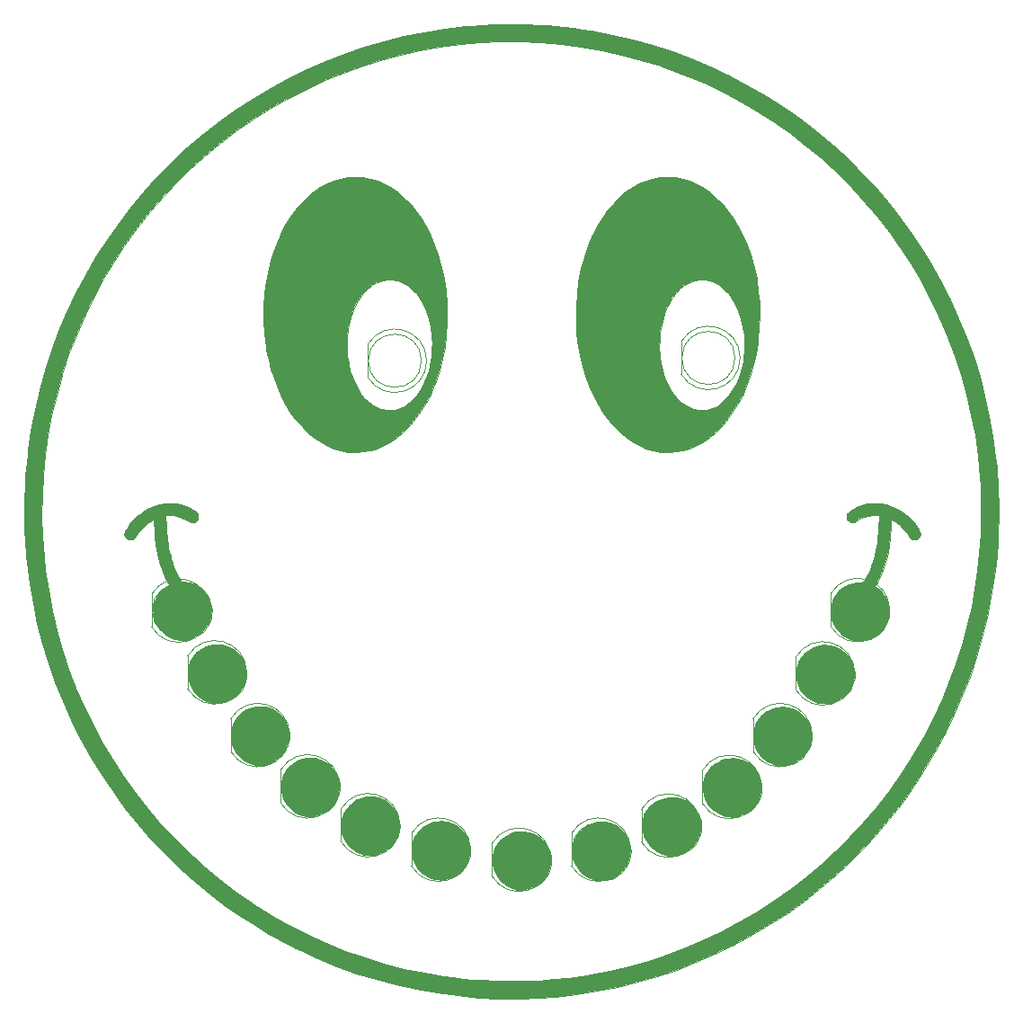
<source format=gbr>
%TF.GenerationSoftware,KiCad,Pcbnew,(5.1.9)-1*%
%TF.CreationDate,2021-05-28T20:42:47+02:00*%
%TF.ProjectId,Smiley2,536d696c-6579-4322-9e6b-696361645f70,rev?*%
%TF.SameCoordinates,Original*%
%TF.FileFunction,Legend,Top*%
%TF.FilePolarity,Positive*%
%FSLAX46Y46*%
G04 Gerber Fmt 4.6, Leading zero omitted, Abs format (unit mm)*
G04 Created by KiCad (PCBNEW (5.1.9)-1) date 2021-05-28 20:42:47*
%MOMM*%
%LPD*%
G01*
G04 APERTURE LIST*
%ADD10C,0.010000*%
%ADD11C,0.120000*%
G04 APERTURE END LIST*
D10*
%TO.C,G\u002A\u002A\u002A*%
G36*
X157882969Y-43467215D02*
G01*
X158028934Y-43468870D01*
X158997216Y-43486951D01*
X159900309Y-43518231D01*
X160756890Y-43564328D01*
X161585640Y-43626859D01*
X162405239Y-43707441D01*
X163234366Y-43807691D01*
X164091702Y-43929226D01*
X164975653Y-44070271D01*
X166902056Y-44434916D01*
X168804663Y-44880094D01*
X170681203Y-45404453D01*
X172529405Y-46006642D01*
X174346999Y-46685308D01*
X176131713Y-47439100D01*
X177881277Y-48266667D01*
X179593420Y-49166656D01*
X181265870Y-50137717D01*
X182896358Y-51178496D01*
X184482612Y-52287642D01*
X186022362Y-53463805D01*
X187513336Y-54705631D01*
X188953264Y-56011769D01*
X190339875Y-57380867D01*
X191670898Y-58811575D01*
X192944063Y-60302539D01*
X193578862Y-61096564D01*
X194742082Y-62653411D01*
X195836783Y-64258456D01*
X196861706Y-65908519D01*
X197815590Y-67600419D01*
X198697177Y-69330975D01*
X199505206Y-71097008D01*
X200238418Y-72895336D01*
X200895554Y-74722779D01*
X201475353Y-76576156D01*
X201976556Y-78452288D01*
X202397904Y-80347993D01*
X202738137Y-82260092D01*
X202995995Y-84185402D01*
X203090027Y-85112100D01*
X203129890Y-85561486D01*
X203163125Y-85965499D01*
X203190309Y-86338483D01*
X203212023Y-86694784D01*
X203228842Y-87048746D01*
X203241346Y-87414712D01*
X203250112Y-87807030D01*
X203255719Y-88240041D01*
X203258745Y-88728092D01*
X203259767Y-89285527D01*
X203259778Y-89324267D01*
X203259129Y-89881900D01*
X203256554Y-90369211D01*
X203251476Y-90800534D01*
X203243316Y-91190202D01*
X203231498Y-91552550D01*
X203215442Y-91901910D01*
X203194573Y-92252617D01*
X203168312Y-92619004D01*
X203136081Y-93015406D01*
X203097304Y-93456156D01*
X203090027Y-93536434D01*
X202871340Y-95475362D01*
X202569746Y-97400983D01*
X202186364Y-99310388D01*
X201722312Y-101200671D01*
X201178710Y-103068924D01*
X200556675Y-104912238D01*
X199857328Y-106727705D01*
X199081785Y-108512419D01*
X198231166Y-110263471D01*
X197306591Y-111977952D01*
X196309176Y-113652957D01*
X195240042Y-115285576D01*
X194124299Y-116840934D01*
X192911008Y-118388990D01*
X191634172Y-119882220D01*
X190296158Y-121318254D01*
X188899332Y-122694723D01*
X187446060Y-124009256D01*
X185938708Y-125259485D01*
X184974100Y-126004245D01*
X183373653Y-127153540D01*
X181731297Y-128230139D01*
X180049431Y-129233168D01*
X178330453Y-130161753D01*
X176576761Y-131015019D01*
X174790751Y-131792094D01*
X172974824Y-132492102D01*
X171131375Y-133114169D01*
X169262803Y-133657422D01*
X167371507Y-134120986D01*
X165459883Y-134503987D01*
X163530330Y-134805551D01*
X161585246Y-135024805D01*
X159891600Y-135147418D01*
X159580492Y-135161853D01*
X159213223Y-135175130D01*
X158806235Y-135186964D01*
X158375968Y-135197075D01*
X157938863Y-135205179D01*
X157511360Y-135210995D01*
X157109900Y-135214239D01*
X156750923Y-135214630D01*
X156450869Y-135211885D01*
X156314434Y-135208864D01*
X154302148Y-135109907D01*
X152315143Y-134930157D01*
X150353236Y-134669570D01*
X148416244Y-134328101D01*
X146503984Y-133905705D01*
X144616275Y-133402336D01*
X142752932Y-132817949D01*
X140913773Y-132152500D01*
X139098615Y-131405943D01*
X137307276Y-130578233D01*
X137052767Y-130453095D01*
X135666488Y-129740381D01*
X134344058Y-129006047D01*
X133065185Y-128237919D01*
X131809580Y-127423825D01*
X130592186Y-126576927D01*
X129030557Y-125403328D01*
X127526168Y-124168484D01*
X126080357Y-122874738D01*
X124694462Y-121524430D01*
X123369820Y-120119903D01*
X122107769Y-118663499D01*
X120909647Y-117157559D01*
X119776791Y-115604427D01*
X118710538Y-114006443D01*
X117712227Y-112365951D01*
X116783195Y-110685291D01*
X115924779Y-108966806D01*
X115138318Y-107212837D01*
X114425148Y-105425728D01*
X113786608Y-103607819D01*
X113224035Y-101761454D01*
X112738766Y-99888972D01*
X112332140Y-97992718D01*
X112005493Y-96075033D01*
X111760164Y-94138258D01*
X111697167Y-93494100D01*
X111655728Y-93021326D01*
X111621441Y-92590637D01*
X111593677Y-92186526D01*
X111571806Y-91793487D01*
X111555199Y-91396013D01*
X111543226Y-90978596D01*
X111535257Y-90525731D01*
X111530663Y-90021910D01*
X111529782Y-89750182D01*
X113154646Y-89750182D01*
X113213578Y-91663826D01*
X113355343Y-93572871D01*
X113494699Y-94830389D01*
X113776277Y-96737233D01*
X114138855Y-98622122D01*
X114581091Y-100482806D01*
X115101645Y-102317031D01*
X115699172Y-104122546D01*
X116372332Y-105897099D01*
X117119782Y-107638437D01*
X117940181Y-109344309D01*
X118832186Y-111012462D01*
X119794455Y-112640645D01*
X120825647Y-114226605D01*
X121924419Y-115768090D01*
X123089429Y-117262849D01*
X124319336Y-118708628D01*
X125612797Y-120103176D01*
X126968470Y-121444242D01*
X128385014Y-122729571D01*
X129861085Y-123956914D01*
X131395343Y-125124017D01*
X131660657Y-125315413D01*
X133243650Y-126396650D01*
X134872509Y-127407594D01*
X136543917Y-128346867D01*
X138254559Y-129213094D01*
X140001119Y-130004897D01*
X141780279Y-130720899D01*
X143588724Y-131359725D01*
X145423137Y-131919998D01*
X147280203Y-132400340D01*
X149156605Y-132799376D01*
X150091434Y-132966369D01*
X150992543Y-133108031D01*
X151888528Y-133229680D01*
X152796749Y-133333080D01*
X153734563Y-133419998D01*
X154719329Y-133492198D01*
X155768406Y-133551447D01*
X155912267Y-133558378D01*
X156086884Y-133563520D01*
X156333220Y-133566355D01*
X156638364Y-133567069D01*
X156989405Y-133565842D01*
X157373431Y-133562860D01*
X157777531Y-133558306D01*
X158188795Y-133552363D01*
X158594311Y-133545215D01*
X158981167Y-133537045D01*
X159336454Y-133528037D01*
X159647259Y-133518374D01*
X159900671Y-133508239D01*
X160060934Y-133499417D01*
X161416124Y-133391717D01*
X162715719Y-133253257D01*
X163984198Y-133080775D01*
X165246044Y-132871009D01*
X166293176Y-132668850D01*
X168165368Y-132242934D01*
X170010946Y-131737460D01*
X171827635Y-131153963D01*
X173613159Y-130493978D01*
X175365244Y-129759040D01*
X177081612Y-128950683D01*
X178759990Y-128070444D01*
X180398100Y-127119856D01*
X181993669Y-126100455D01*
X183544420Y-125013776D01*
X185048077Y-123861353D01*
X186502366Y-122644723D01*
X187905011Y-121365419D01*
X189253737Y-120024977D01*
X190546267Y-118624932D01*
X191780326Y-117166818D01*
X192953639Y-115652171D01*
X194063931Y-114082526D01*
X194243743Y-113814100D01*
X195282142Y-112175784D01*
X196244447Y-110500400D01*
X197130428Y-108788471D01*
X197939854Y-107040520D01*
X198672496Y-105257067D01*
X199328124Y-103438637D01*
X199906508Y-101585749D01*
X200345740Y-99949934D01*
X200722880Y-98298344D01*
X201034207Y-96637380D01*
X201281626Y-94954052D01*
X201467044Y-93235374D01*
X201592364Y-91468355D01*
X201593822Y-91440934D01*
X201607806Y-91096965D01*
X201617575Y-90685212D01*
X201623303Y-90219989D01*
X201625159Y-89715610D01*
X201623316Y-89186390D01*
X201617946Y-88646644D01*
X201609219Y-88110687D01*
X201597309Y-87592833D01*
X201582385Y-87107397D01*
X201564621Y-86668694D01*
X201544187Y-86291038D01*
X201529610Y-86085767D01*
X201330388Y-84109038D01*
X201052095Y-82162510D01*
X200694750Y-80246241D01*
X200258374Y-78360289D01*
X199742987Y-76504712D01*
X199148609Y-74679568D01*
X198475259Y-72884916D01*
X197722959Y-71120813D01*
X196891728Y-69387317D01*
X195981585Y-67684487D01*
X194992552Y-66012381D01*
X194137050Y-64685664D01*
X193032102Y-63110200D01*
X191863010Y-61589047D01*
X190631910Y-60123833D01*
X189340936Y-58716186D01*
X187992226Y-57367735D01*
X186587914Y-56080108D01*
X185130137Y-54854934D01*
X183621030Y-53693840D01*
X182062729Y-52598455D01*
X180457369Y-51570408D01*
X178807087Y-50611326D01*
X177114018Y-49722839D01*
X175380297Y-48906574D01*
X173608060Y-48164160D01*
X171799444Y-47497225D01*
X171427434Y-47370995D01*
X169579081Y-46797148D01*
X167715303Y-46306007D01*
X165838553Y-45897520D01*
X163951285Y-45571635D01*
X162055953Y-45328301D01*
X160155011Y-45167466D01*
X158250912Y-45089079D01*
X156346111Y-45093089D01*
X154443061Y-45179443D01*
X152544216Y-45348089D01*
X150652030Y-45598977D01*
X148768957Y-45932055D01*
X146897450Y-46347271D01*
X145039965Y-46844574D01*
X143198953Y-47423911D01*
X141603600Y-47998051D01*
X139828911Y-48720094D01*
X138087916Y-49519022D01*
X136383497Y-50392860D01*
X134718534Y-51339633D01*
X133095911Y-52357366D01*
X131518506Y-53444084D01*
X129989203Y-54597810D01*
X128510883Y-55816571D01*
X127086426Y-57098391D01*
X125718714Y-58441294D01*
X124548194Y-59689931D01*
X123281749Y-61158099D01*
X122083758Y-62675628D01*
X120955298Y-64240610D01*
X119897446Y-65851135D01*
X118911278Y-67505295D01*
X117997872Y-69201180D01*
X117158304Y-70936881D01*
X116393650Y-72710489D01*
X115704987Y-74520095D01*
X115093393Y-76363791D01*
X115033239Y-76560767D01*
X114521742Y-78394983D01*
X114090727Y-80252505D01*
X113740531Y-82129347D01*
X113471489Y-84021522D01*
X113283937Y-85925044D01*
X113178211Y-87835926D01*
X113154646Y-89750182D01*
X111529782Y-89750182D01*
X111528814Y-89451628D01*
X111528727Y-89345434D01*
X111531628Y-88570052D01*
X111541889Y-87861464D01*
X111560548Y-87202030D01*
X111588645Y-86574115D01*
X111627219Y-85960079D01*
X111677310Y-85342286D01*
X111739957Y-84703098D01*
X111816199Y-84024878D01*
X111866735Y-83609267D01*
X112148356Y-81687796D01*
X112512729Y-79779233D01*
X112958480Y-77887048D01*
X113484234Y-76014710D01*
X114088618Y-74165686D01*
X114770258Y-72343447D01*
X115527777Y-70551460D01*
X116359803Y-68793196D01*
X117264962Y-67072122D01*
X118241877Y-65391708D01*
X119289176Y-63755422D01*
X120311061Y-62295572D01*
X121506973Y-60728510D01*
X122762009Y-59221121D01*
X124074071Y-57774591D01*
X125441063Y-56390109D01*
X126860886Y-55068863D01*
X128331443Y-53812041D01*
X129850636Y-52620833D01*
X131416367Y-51496425D01*
X133026539Y-50440006D01*
X134679054Y-49452764D01*
X136371814Y-48535888D01*
X138102722Y-47690565D01*
X139869680Y-46917985D01*
X141670590Y-46219334D01*
X143503355Y-45595802D01*
X145365877Y-45048577D01*
X147256058Y-44578846D01*
X149171801Y-44187798D01*
X151111008Y-43876621D01*
X153071581Y-43646504D01*
X153266434Y-43628207D01*
X153832381Y-43579298D01*
X154370209Y-43539661D01*
X154895566Y-43508771D01*
X155424100Y-43486105D01*
X155971460Y-43471140D01*
X156553292Y-43463353D01*
X157185246Y-43462219D01*
X157882969Y-43467215D01*
G37*
X157882969Y-43467215D02*
X158028934Y-43468870D01*
X158997216Y-43486951D01*
X159900309Y-43518231D01*
X160756890Y-43564328D01*
X161585640Y-43626859D01*
X162405239Y-43707441D01*
X163234366Y-43807691D01*
X164091702Y-43929226D01*
X164975653Y-44070271D01*
X166902056Y-44434916D01*
X168804663Y-44880094D01*
X170681203Y-45404453D01*
X172529405Y-46006642D01*
X174346999Y-46685308D01*
X176131713Y-47439100D01*
X177881277Y-48266667D01*
X179593420Y-49166656D01*
X181265870Y-50137717D01*
X182896358Y-51178496D01*
X184482612Y-52287642D01*
X186022362Y-53463805D01*
X187513336Y-54705631D01*
X188953264Y-56011769D01*
X190339875Y-57380867D01*
X191670898Y-58811575D01*
X192944063Y-60302539D01*
X193578862Y-61096564D01*
X194742082Y-62653411D01*
X195836783Y-64258456D01*
X196861706Y-65908519D01*
X197815590Y-67600419D01*
X198697177Y-69330975D01*
X199505206Y-71097008D01*
X200238418Y-72895336D01*
X200895554Y-74722779D01*
X201475353Y-76576156D01*
X201976556Y-78452288D01*
X202397904Y-80347993D01*
X202738137Y-82260092D01*
X202995995Y-84185402D01*
X203090027Y-85112100D01*
X203129890Y-85561486D01*
X203163125Y-85965499D01*
X203190309Y-86338483D01*
X203212023Y-86694784D01*
X203228842Y-87048746D01*
X203241346Y-87414712D01*
X203250112Y-87807030D01*
X203255719Y-88240041D01*
X203258745Y-88728092D01*
X203259767Y-89285527D01*
X203259778Y-89324267D01*
X203259129Y-89881900D01*
X203256554Y-90369211D01*
X203251476Y-90800534D01*
X203243316Y-91190202D01*
X203231498Y-91552550D01*
X203215442Y-91901910D01*
X203194573Y-92252617D01*
X203168312Y-92619004D01*
X203136081Y-93015406D01*
X203097304Y-93456156D01*
X203090027Y-93536434D01*
X202871340Y-95475362D01*
X202569746Y-97400983D01*
X202186364Y-99310388D01*
X201722312Y-101200671D01*
X201178710Y-103068924D01*
X200556675Y-104912238D01*
X199857328Y-106727705D01*
X199081785Y-108512419D01*
X198231166Y-110263471D01*
X197306591Y-111977952D01*
X196309176Y-113652957D01*
X195240042Y-115285576D01*
X194124299Y-116840934D01*
X192911008Y-118388990D01*
X191634172Y-119882220D01*
X190296158Y-121318254D01*
X188899332Y-122694723D01*
X187446060Y-124009256D01*
X185938708Y-125259485D01*
X184974100Y-126004245D01*
X183373653Y-127153540D01*
X181731297Y-128230139D01*
X180049431Y-129233168D01*
X178330453Y-130161753D01*
X176576761Y-131015019D01*
X174790751Y-131792094D01*
X172974824Y-132492102D01*
X171131375Y-133114169D01*
X169262803Y-133657422D01*
X167371507Y-134120986D01*
X165459883Y-134503987D01*
X163530330Y-134805551D01*
X161585246Y-135024805D01*
X159891600Y-135147418D01*
X159580492Y-135161853D01*
X159213223Y-135175130D01*
X158806235Y-135186964D01*
X158375968Y-135197075D01*
X157938863Y-135205179D01*
X157511360Y-135210995D01*
X157109900Y-135214239D01*
X156750923Y-135214630D01*
X156450869Y-135211885D01*
X156314434Y-135208864D01*
X154302148Y-135109907D01*
X152315143Y-134930157D01*
X150353236Y-134669570D01*
X148416244Y-134328101D01*
X146503984Y-133905705D01*
X144616275Y-133402336D01*
X142752932Y-132817949D01*
X140913773Y-132152500D01*
X139098615Y-131405943D01*
X137307276Y-130578233D01*
X137052767Y-130453095D01*
X135666488Y-129740381D01*
X134344058Y-129006047D01*
X133065185Y-128237919D01*
X131809580Y-127423825D01*
X130592186Y-126576927D01*
X129030557Y-125403328D01*
X127526168Y-124168484D01*
X126080357Y-122874738D01*
X124694462Y-121524430D01*
X123369820Y-120119903D01*
X122107769Y-118663499D01*
X120909647Y-117157559D01*
X119776791Y-115604427D01*
X118710538Y-114006443D01*
X117712227Y-112365951D01*
X116783195Y-110685291D01*
X115924779Y-108966806D01*
X115138318Y-107212837D01*
X114425148Y-105425728D01*
X113786608Y-103607819D01*
X113224035Y-101761454D01*
X112738766Y-99888972D01*
X112332140Y-97992718D01*
X112005493Y-96075033D01*
X111760164Y-94138258D01*
X111697167Y-93494100D01*
X111655728Y-93021326D01*
X111621441Y-92590637D01*
X111593677Y-92186526D01*
X111571806Y-91793487D01*
X111555199Y-91396013D01*
X111543226Y-90978596D01*
X111535257Y-90525731D01*
X111530663Y-90021910D01*
X111529782Y-89750182D01*
X113154646Y-89750182D01*
X113213578Y-91663826D01*
X113355343Y-93572871D01*
X113494699Y-94830389D01*
X113776277Y-96737233D01*
X114138855Y-98622122D01*
X114581091Y-100482806D01*
X115101645Y-102317031D01*
X115699172Y-104122546D01*
X116372332Y-105897099D01*
X117119782Y-107638437D01*
X117940181Y-109344309D01*
X118832186Y-111012462D01*
X119794455Y-112640645D01*
X120825647Y-114226605D01*
X121924419Y-115768090D01*
X123089429Y-117262849D01*
X124319336Y-118708628D01*
X125612797Y-120103176D01*
X126968470Y-121444242D01*
X128385014Y-122729571D01*
X129861085Y-123956914D01*
X131395343Y-125124017D01*
X131660657Y-125315413D01*
X133243650Y-126396650D01*
X134872509Y-127407594D01*
X136543917Y-128346867D01*
X138254559Y-129213094D01*
X140001119Y-130004897D01*
X141780279Y-130720899D01*
X143588724Y-131359725D01*
X145423137Y-131919998D01*
X147280203Y-132400340D01*
X149156605Y-132799376D01*
X150091434Y-132966369D01*
X150992543Y-133108031D01*
X151888528Y-133229680D01*
X152796749Y-133333080D01*
X153734563Y-133419998D01*
X154719329Y-133492198D01*
X155768406Y-133551447D01*
X155912267Y-133558378D01*
X156086884Y-133563520D01*
X156333220Y-133566355D01*
X156638364Y-133567069D01*
X156989405Y-133565842D01*
X157373431Y-133562860D01*
X157777531Y-133558306D01*
X158188795Y-133552363D01*
X158594311Y-133545215D01*
X158981167Y-133537045D01*
X159336454Y-133528037D01*
X159647259Y-133518374D01*
X159900671Y-133508239D01*
X160060934Y-133499417D01*
X161416124Y-133391717D01*
X162715719Y-133253257D01*
X163984198Y-133080775D01*
X165246044Y-132871009D01*
X166293176Y-132668850D01*
X168165368Y-132242934D01*
X170010946Y-131737460D01*
X171827635Y-131153963D01*
X173613159Y-130493978D01*
X175365244Y-129759040D01*
X177081612Y-128950683D01*
X178759990Y-128070444D01*
X180398100Y-127119856D01*
X181993669Y-126100455D01*
X183544420Y-125013776D01*
X185048077Y-123861353D01*
X186502366Y-122644723D01*
X187905011Y-121365419D01*
X189253737Y-120024977D01*
X190546267Y-118624932D01*
X191780326Y-117166818D01*
X192953639Y-115652171D01*
X194063931Y-114082526D01*
X194243743Y-113814100D01*
X195282142Y-112175784D01*
X196244447Y-110500400D01*
X197130428Y-108788471D01*
X197939854Y-107040520D01*
X198672496Y-105257067D01*
X199328124Y-103438637D01*
X199906508Y-101585749D01*
X200345740Y-99949934D01*
X200722880Y-98298344D01*
X201034207Y-96637380D01*
X201281626Y-94954052D01*
X201467044Y-93235374D01*
X201592364Y-91468355D01*
X201593822Y-91440934D01*
X201607806Y-91096965D01*
X201617575Y-90685212D01*
X201623303Y-90219989D01*
X201625159Y-89715610D01*
X201623316Y-89186390D01*
X201617946Y-88646644D01*
X201609219Y-88110687D01*
X201597309Y-87592833D01*
X201582385Y-87107397D01*
X201564621Y-86668694D01*
X201544187Y-86291038D01*
X201529610Y-86085767D01*
X201330388Y-84109038D01*
X201052095Y-82162510D01*
X200694750Y-80246241D01*
X200258374Y-78360289D01*
X199742987Y-76504712D01*
X199148609Y-74679568D01*
X198475259Y-72884916D01*
X197722959Y-71120813D01*
X196891728Y-69387317D01*
X195981585Y-67684487D01*
X194992552Y-66012381D01*
X194137050Y-64685664D01*
X193032102Y-63110200D01*
X191863010Y-61589047D01*
X190631910Y-60123833D01*
X189340936Y-58716186D01*
X187992226Y-57367735D01*
X186587914Y-56080108D01*
X185130137Y-54854934D01*
X183621030Y-53693840D01*
X182062729Y-52598455D01*
X180457369Y-51570408D01*
X178807087Y-50611326D01*
X177114018Y-49722839D01*
X175380297Y-48906574D01*
X173608060Y-48164160D01*
X171799444Y-47497225D01*
X171427434Y-47370995D01*
X169579081Y-46797148D01*
X167715303Y-46306007D01*
X165838553Y-45897520D01*
X163951285Y-45571635D01*
X162055953Y-45328301D01*
X160155011Y-45167466D01*
X158250912Y-45089079D01*
X156346111Y-45093089D01*
X154443061Y-45179443D01*
X152544216Y-45348089D01*
X150652030Y-45598977D01*
X148768957Y-45932055D01*
X146897450Y-46347271D01*
X145039965Y-46844574D01*
X143198953Y-47423911D01*
X141603600Y-47998051D01*
X139828911Y-48720094D01*
X138087916Y-49519022D01*
X136383497Y-50392860D01*
X134718534Y-51339633D01*
X133095911Y-52357366D01*
X131518506Y-53444084D01*
X129989203Y-54597810D01*
X128510883Y-55816571D01*
X127086426Y-57098391D01*
X125718714Y-58441294D01*
X124548194Y-59689931D01*
X123281749Y-61158099D01*
X122083758Y-62675628D01*
X120955298Y-64240610D01*
X119897446Y-65851135D01*
X118911278Y-67505295D01*
X117997872Y-69201180D01*
X117158304Y-70936881D01*
X116393650Y-72710489D01*
X115704987Y-74520095D01*
X115093393Y-76363791D01*
X115033239Y-76560767D01*
X114521742Y-78394983D01*
X114090727Y-80252505D01*
X113740531Y-82129347D01*
X113471489Y-84021522D01*
X113283937Y-85925044D01*
X113178211Y-87835926D01*
X113154646Y-89750182D01*
X111529782Y-89750182D01*
X111528814Y-89451628D01*
X111528727Y-89345434D01*
X111531628Y-88570052D01*
X111541889Y-87861464D01*
X111560548Y-87202030D01*
X111588645Y-86574115D01*
X111627219Y-85960079D01*
X111677310Y-85342286D01*
X111739957Y-84703098D01*
X111816199Y-84024878D01*
X111866735Y-83609267D01*
X112148356Y-81687796D01*
X112512729Y-79779233D01*
X112958480Y-77887048D01*
X113484234Y-76014710D01*
X114088618Y-74165686D01*
X114770258Y-72343447D01*
X115527777Y-70551460D01*
X116359803Y-68793196D01*
X117264962Y-67072122D01*
X118241877Y-65391708D01*
X119289176Y-63755422D01*
X120311061Y-62295572D01*
X121506973Y-60728510D01*
X122762009Y-59221121D01*
X124074071Y-57774591D01*
X125441063Y-56390109D01*
X126860886Y-55068863D01*
X128331443Y-53812041D01*
X129850636Y-52620833D01*
X131416367Y-51496425D01*
X133026539Y-50440006D01*
X134679054Y-49452764D01*
X136371814Y-48535888D01*
X138102722Y-47690565D01*
X139869680Y-46917985D01*
X141670590Y-46219334D01*
X143503355Y-45595802D01*
X145365877Y-45048577D01*
X147256058Y-44578846D01*
X149171801Y-44187798D01*
X151111008Y-43876621D01*
X153071581Y-43646504D01*
X153266434Y-43628207D01*
X153832381Y-43579298D01*
X154370209Y-43539661D01*
X154895566Y-43508771D01*
X155424100Y-43486105D01*
X155971460Y-43471140D01*
X156553292Y-43463353D01*
X157185246Y-43462219D01*
X157882969Y-43467215D01*
G36*
X158606669Y-119460194D02*
G01*
X159048117Y-119536055D01*
X159474005Y-119681796D01*
X159874220Y-119897124D01*
X160238648Y-120181745D01*
X160308680Y-120249287D01*
X160620533Y-120614860D01*
X160854572Y-121011635D01*
X161012676Y-121443854D01*
X161096723Y-121915757D01*
X161107035Y-122051826D01*
X161093834Y-122533237D01*
X161003504Y-122990878D01*
X160841700Y-123417864D01*
X160614072Y-123807309D01*
X160326275Y-124152327D01*
X159983960Y-124446033D01*
X159592782Y-124681541D01*
X159158392Y-124851966D01*
X158732331Y-124944407D01*
X158524162Y-124970795D01*
X158363887Y-124982132D01*
X158216087Y-124978460D01*
X158045346Y-124959816D01*
X157943014Y-124945293D01*
X157507831Y-124840106D01*
X157086308Y-124658811D01*
X156695063Y-124409915D01*
X156405424Y-124158277D01*
X156098393Y-123794867D01*
X155864162Y-123397682D01*
X155702472Y-122975738D01*
X155613066Y-122538053D01*
X155595688Y-122093645D01*
X155650080Y-121651531D01*
X155775986Y-121220728D01*
X155973147Y-120810254D01*
X156241307Y-120429127D01*
X156520017Y-120139364D01*
X156887557Y-119861422D01*
X157290106Y-119654827D01*
X157717551Y-119519287D01*
X158159776Y-119454507D01*
X158606669Y-119460194D01*
G37*
X158606669Y-119460194D02*
X159048117Y-119536055D01*
X159474005Y-119681796D01*
X159874220Y-119897124D01*
X160238648Y-120181745D01*
X160308680Y-120249287D01*
X160620533Y-120614860D01*
X160854572Y-121011635D01*
X161012676Y-121443854D01*
X161096723Y-121915757D01*
X161107035Y-122051826D01*
X161093834Y-122533237D01*
X161003504Y-122990878D01*
X160841700Y-123417864D01*
X160614072Y-123807309D01*
X160326275Y-124152327D01*
X159983960Y-124446033D01*
X159592782Y-124681541D01*
X159158392Y-124851966D01*
X158732331Y-124944407D01*
X158524162Y-124970795D01*
X158363887Y-124982132D01*
X158216087Y-124978460D01*
X158045346Y-124959816D01*
X157943014Y-124945293D01*
X157507831Y-124840106D01*
X157086308Y-124658811D01*
X156695063Y-124409915D01*
X156405424Y-124158277D01*
X156098393Y-123794867D01*
X155864162Y-123397682D01*
X155702472Y-122975738D01*
X155613066Y-122538053D01*
X155595688Y-122093645D01*
X155650080Y-121651531D01*
X155775986Y-121220728D01*
X155973147Y-120810254D01*
X156241307Y-120429127D01*
X156520017Y-120139364D01*
X156887557Y-119861422D01*
X157290106Y-119654827D01*
X157717551Y-119519287D01*
X158159776Y-119454507D01*
X158606669Y-119460194D01*
G36*
X166226493Y-118576397D02*
G01*
X166649067Y-118649544D01*
X167034643Y-118790459D01*
X167395375Y-119003829D01*
X167743417Y-119294341D01*
X167808897Y-119358428D01*
X168123060Y-119717230D01*
X168357299Y-120089071D01*
X168516341Y-120485315D01*
X168604914Y-120917324D01*
X168628329Y-121328267D01*
X168596039Y-121785951D01*
X168496431Y-122202841D01*
X168324980Y-122589577D01*
X168077161Y-122956799D01*
X167808694Y-123255941D01*
X167479895Y-123547791D01*
X167142851Y-123767221D01*
X166777981Y-123925716D01*
X166552990Y-123992446D01*
X166337683Y-124029823D01*
X166071255Y-124050334D01*
X165783924Y-124053982D01*
X165505911Y-124040773D01*
X165267433Y-124010709D01*
X165183267Y-123992262D01*
X164774153Y-123847248D01*
X164383883Y-123636578D01*
X164038065Y-123374913D01*
X163936892Y-123278686D01*
X163667985Y-122976069D01*
X163460255Y-122666744D01*
X163293839Y-122319484D01*
X163243822Y-122189098D01*
X163196835Y-122052159D01*
X163164988Y-121931158D01*
X163145456Y-121803829D01*
X163135415Y-121647903D01*
X163132043Y-121441111D01*
X163131985Y-121307100D01*
X163134242Y-121063408D01*
X163141668Y-120881879D01*
X163157144Y-120740042D01*
X163183554Y-120615424D01*
X163223780Y-120485555D01*
X163245104Y-120425102D01*
X163410711Y-120039468D01*
X163615992Y-119706545D01*
X163879344Y-119397094D01*
X163914304Y-119361571D01*
X164263272Y-119057579D01*
X164631335Y-118830720D01*
X165030024Y-118676011D01*
X165470871Y-118588469D01*
X165754767Y-118566332D01*
X166226493Y-118576397D01*
G37*
X166226493Y-118576397D02*
X166649067Y-118649544D01*
X167034643Y-118790459D01*
X167395375Y-119003829D01*
X167743417Y-119294341D01*
X167808897Y-119358428D01*
X168123060Y-119717230D01*
X168357299Y-120089071D01*
X168516341Y-120485315D01*
X168604914Y-120917324D01*
X168628329Y-121328267D01*
X168596039Y-121785951D01*
X168496431Y-122202841D01*
X168324980Y-122589577D01*
X168077161Y-122956799D01*
X167808694Y-123255941D01*
X167479895Y-123547791D01*
X167142851Y-123767221D01*
X166777981Y-123925716D01*
X166552990Y-123992446D01*
X166337683Y-124029823D01*
X166071255Y-124050334D01*
X165783924Y-124053982D01*
X165505911Y-124040773D01*
X165267433Y-124010709D01*
X165183267Y-123992262D01*
X164774153Y-123847248D01*
X164383883Y-123636578D01*
X164038065Y-123374913D01*
X163936892Y-123278686D01*
X163667985Y-122976069D01*
X163460255Y-122666744D01*
X163293839Y-122319484D01*
X163243822Y-122189098D01*
X163196835Y-122052159D01*
X163164988Y-121931158D01*
X163145456Y-121803829D01*
X163135415Y-121647903D01*
X163132043Y-121441111D01*
X163131985Y-121307100D01*
X163134242Y-121063408D01*
X163141668Y-120881879D01*
X163157144Y-120740042D01*
X163183554Y-120615424D01*
X163223780Y-120485555D01*
X163245104Y-120425102D01*
X163410711Y-120039468D01*
X163615992Y-119706545D01*
X163879344Y-119397094D01*
X163914304Y-119361571D01*
X164263272Y-119057579D01*
X164631335Y-118830720D01*
X165030024Y-118676011D01*
X165470871Y-118588469D01*
X165754767Y-118566332D01*
X166226493Y-118576397D01*
G36*
X151141481Y-118522495D02*
G01*
X151485853Y-118587569D01*
X151573100Y-118613112D01*
X152030422Y-118801214D01*
X152433720Y-119054063D01*
X152781114Y-119370031D01*
X153070723Y-119747492D01*
X153243291Y-120058267D01*
X153374744Y-120362202D01*
X153458561Y-120639996D01*
X153502791Y-120927330D01*
X153515483Y-121259884D01*
X153515476Y-121264767D01*
X153479430Y-121744228D01*
X153371205Y-122182133D01*
X153187785Y-122585758D01*
X152926154Y-122962380D01*
X152716906Y-123191976D01*
X152344106Y-123512866D01*
X151946131Y-123753323D01*
X151519702Y-123914699D01*
X151061539Y-123998348D01*
X150730245Y-124011523D01*
X150548612Y-124007295D01*
X150391900Y-124000193D01*
X150284834Y-123991472D01*
X150260767Y-123987663D01*
X149785152Y-123841635D01*
X149351546Y-123628729D01*
X148966458Y-123354717D01*
X148636399Y-123025374D01*
X148367877Y-122646475D01*
X148167403Y-122223794D01*
X148121801Y-122090267D01*
X148067347Y-121867067D01*
X148026091Y-121601707D01*
X148007158Y-121386395D01*
X148021730Y-120909765D01*
X148114399Y-120454998D01*
X148279871Y-120029310D01*
X148512853Y-119639915D01*
X148808050Y-119294026D01*
X149160171Y-118998859D01*
X149563921Y-118761627D01*
X150014008Y-118589545D01*
X150070990Y-118573587D01*
X150400156Y-118514612D01*
X150768284Y-118497879D01*
X151141481Y-118522495D01*
G37*
X151141481Y-118522495D02*
X151485853Y-118587569D01*
X151573100Y-118613112D01*
X152030422Y-118801214D01*
X152433720Y-119054063D01*
X152781114Y-119370031D01*
X153070723Y-119747492D01*
X153243291Y-120058267D01*
X153374744Y-120362202D01*
X153458561Y-120639996D01*
X153502791Y-120927330D01*
X153515483Y-121259884D01*
X153515476Y-121264767D01*
X153479430Y-121744228D01*
X153371205Y-122182133D01*
X153187785Y-122585758D01*
X152926154Y-122962380D01*
X152716906Y-123191976D01*
X152344106Y-123512866D01*
X151946131Y-123753323D01*
X151519702Y-123914699D01*
X151061539Y-123998348D01*
X150730245Y-124011523D01*
X150548612Y-124007295D01*
X150391900Y-124000193D01*
X150284834Y-123991472D01*
X150260767Y-123987663D01*
X149785152Y-123841635D01*
X149351546Y-123628729D01*
X148966458Y-123354717D01*
X148636399Y-123025374D01*
X148367877Y-122646475D01*
X148167403Y-122223794D01*
X148121801Y-122090267D01*
X148067347Y-121867067D01*
X148026091Y-121601707D01*
X148007158Y-121386395D01*
X148021730Y-120909765D01*
X148114399Y-120454998D01*
X148279871Y-120029310D01*
X148512853Y-119639915D01*
X148808050Y-119294026D01*
X149160171Y-118998859D01*
X149563921Y-118761627D01*
X150014008Y-118589545D01*
X150070990Y-118573587D01*
X150400156Y-118514612D01*
X150768284Y-118497879D01*
X151141481Y-118522495D01*
G36*
X172855496Y-116252111D02*
G01*
X173299419Y-116340903D01*
X173711895Y-116497709D01*
X174087745Y-116715537D01*
X174421787Y-116987393D01*
X174708843Y-117306285D01*
X174943733Y-117665221D01*
X175121276Y-118057208D01*
X175236294Y-118475254D01*
X175283605Y-118912367D01*
X175258031Y-119361554D01*
X175154392Y-119815821D01*
X175116942Y-119925884D01*
X174915343Y-120360831D01*
X174646257Y-120749530D01*
X174316995Y-121084954D01*
X173934864Y-121360078D01*
X173507173Y-121567875D01*
X173352721Y-121621928D01*
X173036172Y-121698676D01*
X172691375Y-121742660D01*
X172354932Y-121750681D01*
X172120410Y-121729687D01*
X171659657Y-121622091D01*
X171244647Y-121447811D01*
X170863745Y-121200876D01*
X170555738Y-120927020D01*
X170241287Y-120555308D01*
X170005426Y-120152161D01*
X169848509Y-119718509D01*
X169770889Y-119255279D01*
X169766491Y-118857139D01*
X169831277Y-118365948D01*
X169970665Y-117914546D01*
X170185200Y-117501693D01*
X170475422Y-117126147D01*
X170562987Y-117034820D01*
X170929073Y-116724909D01*
X171332146Y-116490825D01*
X171773445Y-116332028D01*
X172254213Y-116247974D01*
X172385305Y-116238324D01*
X172855496Y-116252111D01*
G37*
X172855496Y-116252111D02*
X173299419Y-116340903D01*
X173711895Y-116497709D01*
X174087745Y-116715537D01*
X174421787Y-116987393D01*
X174708843Y-117306285D01*
X174943733Y-117665221D01*
X175121276Y-118057208D01*
X175236294Y-118475254D01*
X175283605Y-118912367D01*
X175258031Y-119361554D01*
X175154392Y-119815821D01*
X175116942Y-119925884D01*
X174915343Y-120360831D01*
X174646257Y-120749530D01*
X174316995Y-121084954D01*
X173934864Y-121360078D01*
X173507173Y-121567875D01*
X173352721Y-121621928D01*
X173036172Y-121698676D01*
X172691375Y-121742660D01*
X172354932Y-121750681D01*
X172120410Y-121729687D01*
X171659657Y-121622091D01*
X171244647Y-121447811D01*
X170863745Y-121200876D01*
X170555738Y-120927020D01*
X170241287Y-120555308D01*
X170005426Y-120152161D01*
X169848509Y-119718509D01*
X169770889Y-119255279D01*
X169766491Y-118857139D01*
X169831277Y-118365948D01*
X169970665Y-117914546D01*
X170185200Y-117501693D01*
X170475422Y-117126147D01*
X170562987Y-117034820D01*
X170929073Y-116724909D01*
X171332146Y-116490825D01*
X171773445Y-116332028D01*
X172254213Y-116247974D01*
X172385305Y-116238324D01*
X172855496Y-116252111D01*
G36*
X144465189Y-116205157D02*
G01*
X144885013Y-116276585D01*
X145267509Y-116414808D01*
X145625284Y-116624687D01*
X145970941Y-116911082D01*
X146049360Y-116987593D01*
X146362130Y-117343007D01*
X146595408Y-117707447D01*
X146754313Y-118093068D01*
X146843962Y-118512030D01*
X146869672Y-118936434D01*
X146839099Y-119396709D01*
X146743968Y-119812482D01*
X146579162Y-120195911D01*
X146339564Y-120559153D01*
X146049360Y-120885274D01*
X145706519Y-121187883D01*
X145353241Y-121413733D01*
X144976106Y-121568274D01*
X144561695Y-121656960D01*
X144096586Y-121685240D01*
X144080100Y-121685206D01*
X143798002Y-121674973D01*
X143560993Y-121643413D01*
X143339267Y-121588018D01*
X142875865Y-121407645D01*
X142466710Y-121162520D01*
X142113551Y-120854316D01*
X141818137Y-120484706D01*
X141582217Y-120055364D01*
X141485431Y-119814115D01*
X141439674Y-119676782D01*
X141408678Y-119552874D01*
X141389654Y-119420000D01*
X141379817Y-119255769D01*
X141376378Y-119037792D01*
X141376169Y-118936434D01*
X141377882Y-118692640D01*
X141384904Y-118510995D01*
X141400055Y-118369018D01*
X141426159Y-118244228D01*
X141466039Y-118114143D01*
X141486896Y-118054422D01*
X141652209Y-117667516D01*
X141858927Y-117332758D01*
X142125482Y-117020804D01*
X142154970Y-116990904D01*
X142503939Y-116686912D01*
X142872002Y-116460053D01*
X143270690Y-116305344D01*
X143711537Y-116217803D01*
X143995434Y-116195666D01*
X144465189Y-116205157D01*
G37*
X144465189Y-116205157D02*
X144885013Y-116276585D01*
X145267509Y-116414808D01*
X145625284Y-116624687D01*
X145970941Y-116911082D01*
X146049360Y-116987593D01*
X146362130Y-117343007D01*
X146595408Y-117707447D01*
X146754313Y-118093068D01*
X146843962Y-118512030D01*
X146869672Y-118936434D01*
X146839099Y-119396709D01*
X146743968Y-119812482D01*
X146579162Y-120195911D01*
X146339564Y-120559153D01*
X146049360Y-120885274D01*
X145706519Y-121187883D01*
X145353241Y-121413733D01*
X144976106Y-121568274D01*
X144561695Y-121656960D01*
X144096586Y-121685240D01*
X144080100Y-121685206D01*
X143798002Y-121674973D01*
X143560993Y-121643413D01*
X143339267Y-121588018D01*
X142875865Y-121407645D01*
X142466710Y-121162520D01*
X142113551Y-120854316D01*
X141818137Y-120484706D01*
X141582217Y-120055364D01*
X141485431Y-119814115D01*
X141439674Y-119676782D01*
X141408678Y-119552874D01*
X141389654Y-119420000D01*
X141379817Y-119255769D01*
X141376378Y-119037792D01*
X141376169Y-118936434D01*
X141377882Y-118692640D01*
X141384904Y-118510995D01*
X141400055Y-118369018D01*
X141426159Y-118244228D01*
X141466039Y-118114143D01*
X141486896Y-118054422D01*
X141652209Y-117667516D01*
X141858927Y-117332758D01*
X142125482Y-117020804D01*
X142154970Y-116990904D01*
X142503939Y-116686912D01*
X142872002Y-116460053D01*
X143270690Y-116305344D01*
X143711537Y-116217803D01*
X143995434Y-116195666D01*
X144465189Y-116205157D01*
G36*
X178670271Y-112613842D02*
G01*
X179116162Y-112722112D01*
X179527265Y-112906178D01*
X179909101Y-113168342D01*
X180169267Y-113407025D01*
X180477773Y-113778283D01*
X180708561Y-114183116D01*
X180861509Y-114621223D01*
X180936491Y-115092305D01*
X180944677Y-115295767D01*
X180916321Y-115773121D01*
X180820747Y-116204474D01*
X180653656Y-116600473D01*
X180410753Y-116971767D01*
X180148493Y-117268802D01*
X179779764Y-117588489D01*
X179383057Y-117828459D01*
X178956007Y-117989695D01*
X178496249Y-118073180D01*
X178181289Y-118086240D01*
X177969733Y-118078116D01*
X177757893Y-118059547D01*
X177582012Y-118034017D01*
X177536491Y-118024283D01*
X177095362Y-117874673D01*
X176683148Y-117650469D01*
X176310630Y-117359778D01*
X175988589Y-117010710D01*
X175779073Y-116702615D01*
X175620776Y-116363774D01*
X175507788Y-115976304D01*
X175443800Y-115565309D01*
X175432500Y-115155890D01*
X175477577Y-114773148D01*
X175488329Y-114724267D01*
X175635432Y-114271333D01*
X175852897Y-113855718D01*
X176133898Y-113486044D01*
X176471612Y-113170934D01*
X176859214Y-112919010D01*
X176955683Y-112870443D01*
X177231392Y-112746537D01*
X177465922Y-112662419D01*
X177688672Y-112611115D01*
X177929045Y-112585652D01*
X178184072Y-112579065D01*
X178670271Y-112613842D01*
G37*
X178670271Y-112613842D02*
X179116162Y-112722112D01*
X179527265Y-112906178D01*
X179909101Y-113168342D01*
X180169267Y-113407025D01*
X180477773Y-113778283D01*
X180708561Y-114183116D01*
X180861509Y-114621223D01*
X180936491Y-115092305D01*
X180944677Y-115295767D01*
X180916321Y-115773121D01*
X180820747Y-116204474D01*
X180653656Y-116600473D01*
X180410753Y-116971767D01*
X180148493Y-117268802D01*
X179779764Y-117588489D01*
X179383057Y-117828459D01*
X178956007Y-117989695D01*
X178496249Y-118073180D01*
X178181289Y-118086240D01*
X177969733Y-118078116D01*
X177757893Y-118059547D01*
X177582012Y-118034017D01*
X177536491Y-118024283D01*
X177095362Y-117874673D01*
X176683148Y-117650469D01*
X176310630Y-117359778D01*
X175988589Y-117010710D01*
X175779073Y-116702615D01*
X175620776Y-116363774D01*
X175507788Y-115976304D01*
X175443800Y-115565309D01*
X175432500Y-115155890D01*
X175477577Y-114773148D01*
X175488329Y-114724267D01*
X175635432Y-114271333D01*
X175852897Y-113855718D01*
X176133898Y-113486044D01*
X176471612Y-113170934D01*
X176859214Y-112919010D01*
X176955683Y-112870443D01*
X177231392Y-112746537D01*
X177465922Y-112662419D01*
X177688672Y-112611115D01*
X177929045Y-112585652D01*
X178184072Y-112579065D01*
X178670271Y-112613842D01*
G36*
X138939309Y-112560775D02*
G01*
X139400852Y-112691040D01*
X139819626Y-112888300D01*
X140191387Y-113144858D01*
X140511892Y-113453018D01*
X140776900Y-113805085D01*
X140982166Y-114193362D01*
X141123448Y-114610154D01*
X141196503Y-115047764D01*
X141197088Y-115498496D01*
X141120961Y-115954655D01*
X141005724Y-116308959D01*
X140793275Y-116731739D01*
X140516625Y-117105783D01*
X140184334Y-117425333D01*
X139804962Y-117684626D01*
X139387068Y-117877902D01*
X138939212Y-117999401D01*
X138469955Y-118043362D01*
X138428600Y-118043333D01*
X138220555Y-118033084D01*
X137998169Y-118009064D01*
X137835934Y-117981604D01*
X137667257Y-117933976D01*
X137461586Y-117859496D01*
X137256170Y-117772005D01*
X137200934Y-117745668D01*
X136872623Y-117548220D01*
X136559415Y-117292603D01*
X136281816Y-116998819D01*
X136060334Y-116686867D01*
X135997047Y-116571509D01*
X135809680Y-116111771D01*
X135703540Y-115645936D01*
X135677524Y-115181349D01*
X135730533Y-114725354D01*
X135861465Y-114285296D01*
X136069219Y-113868520D01*
X136352694Y-113482371D01*
X136480815Y-113344408D01*
X136849487Y-113027821D01*
X137253614Y-112784272D01*
X137685472Y-112616224D01*
X138137337Y-112526139D01*
X138601486Y-112516478D01*
X138939309Y-112560775D01*
G37*
X138939309Y-112560775D02*
X139400852Y-112691040D01*
X139819626Y-112888300D01*
X140191387Y-113144858D01*
X140511892Y-113453018D01*
X140776900Y-113805085D01*
X140982166Y-114193362D01*
X141123448Y-114610154D01*
X141196503Y-115047764D01*
X141197088Y-115498496D01*
X141120961Y-115954655D01*
X141005724Y-116308959D01*
X140793275Y-116731739D01*
X140516625Y-117105783D01*
X140184334Y-117425333D01*
X139804962Y-117684626D01*
X139387068Y-117877902D01*
X138939212Y-117999401D01*
X138469955Y-118043362D01*
X138428600Y-118043333D01*
X138220555Y-118033084D01*
X137998169Y-118009064D01*
X137835934Y-117981604D01*
X137667257Y-117933976D01*
X137461586Y-117859496D01*
X137256170Y-117772005D01*
X137200934Y-117745668D01*
X136872623Y-117548220D01*
X136559415Y-117292603D01*
X136281816Y-116998819D01*
X136060334Y-116686867D01*
X135997047Y-116571509D01*
X135809680Y-116111771D01*
X135703540Y-115645936D01*
X135677524Y-115181349D01*
X135730533Y-114725354D01*
X135861465Y-114285296D01*
X136069219Y-113868520D01*
X136352694Y-113482371D01*
X136480815Y-113344408D01*
X136849487Y-113027821D01*
X137253614Y-112784272D01*
X137685472Y-112616224D01*
X138137337Y-112526139D01*
X138601486Y-112516478D01*
X138939309Y-112560775D01*
G36*
X183401213Y-107775369D02*
G01*
X183819684Y-107876686D01*
X184207917Y-108050167D01*
X184576315Y-108300251D01*
X184869312Y-108564007D01*
X185106956Y-108821625D01*
X185289220Y-109071824D01*
X185434356Y-109344232D01*
X185560611Y-109668475D01*
X185573860Y-109707767D01*
X185621606Y-109918035D01*
X185649455Y-110184912D01*
X185657665Y-110482774D01*
X185646491Y-110785997D01*
X185616190Y-111068956D01*
X185567020Y-111306028D01*
X185557542Y-111337600D01*
X185378837Y-111764867D01*
X185129113Y-112156402D01*
X184817814Y-112502813D01*
X184454387Y-112794710D01*
X184048275Y-113022701D01*
X183746434Y-113138372D01*
X183429241Y-113211213D01*
X183075224Y-113248214D01*
X182716781Y-113248446D01*
X182386306Y-113210982D01*
X182253818Y-113181163D01*
X181943936Y-113085837D01*
X181684145Y-112976566D01*
X181439893Y-112837370D01*
X181289933Y-112735345D01*
X180940359Y-112438981D01*
X180656036Y-112092631D01*
X180463885Y-111760934D01*
X180318083Y-111428520D01*
X180225444Y-111119211D01*
X180177664Y-110797887D01*
X180166137Y-110501565D01*
X180204557Y-110014226D01*
X180319806Y-109556547D01*
X180508041Y-109134697D01*
X180765419Y-108754846D01*
X181088098Y-108423160D01*
X181472237Y-108145810D01*
X181714434Y-108015729D01*
X182012169Y-107886640D01*
X182282523Y-107803103D01*
X182559923Y-107757435D01*
X182878792Y-107741955D01*
X182942100Y-107741778D01*
X183401213Y-107775369D01*
G37*
X183401213Y-107775369D02*
X183819684Y-107876686D01*
X184207917Y-108050167D01*
X184576315Y-108300251D01*
X184869312Y-108564007D01*
X185106956Y-108821625D01*
X185289220Y-109071824D01*
X185434356Y-109344232D01*
X185560611Y-109668475D01*
X185573860Y-109707767D01*
X185621606Y-109918035D01*
X185649455Y-110184912D01*
X185657665Y-110482774D01*
X185646491Y-110785997D01*
X185616190Y-111068956D01*
X185567020Y-111306028D01*
X185557542Y-111337600D01*
X185378837Y-111764867D01*
X185129113Y-112156402D01*
X184817814Y-112502813D01*
X184454387Y-112794710D01*
X184048275Y-113022701D01*
X183746434Y-113138372D01*
X183429241Y-113211213D01*
X183075224Y-113248214D01*
X182716781Y-113248446D01*
X182386306Y-113210982D01*
X182253818Y-113181163D01*
X181943936Y-113085837D01*
X181684145Y-112976566D01*
X181439893Y-112837370D01*
X181289933Y-112735345D01*
X180940359Y-112438981D01*
X180656036Y-112092631D01*
X180463885Y-111760934D01*
X180318083Y-111428520D01*
X180225444Y-111119211D01*
X180177664Y-110797887D01*
X180166137Y-110501565D01*
X180204557Y-110014226D01*
X180319806Y-109556547D01*
X180508041Y-109134697D01*
X180765419Y-108754846D01*
X181088098Y-108423160D01*
X181472237Y-108145810D01*
X181714434Y-108015729D01*
X182012169Y-107886640D01*
X182282523Y-107803103D01*
X182559923Y-107757435D01*
X182878792Y-107741955D01*
X182942100Y-107741778D01*
X183401213Y-107775369D01*
G36*
X134327270Y-107748721D02*
G01*
X134790040Y-107901179D01*
X134957267Y-107977386D01*
X135329720Y-108204668D01*
X135667508Y-108499023D01*
X135959561Y-108846210D01*
X136194805Y-109231988D01*
X136362171Y-109642117D01*
X136417794Y-109855934D01*
X136476041Y-110330471D01*
X136454524Y-110795541D01*
X136358004Y-111243053D01*
X136191239Y-111664919D01*
X135958990Y-112053049D01*
X135666015Y-112399354D01*
X135317075Y-112695744D01*
X134916929Y-112934131D01*
X134512767Y-113093694D01*
X134255545Y-113152953D01*
X133954858Y-113191077D01*
X133645543Y-113205772D01*
X133362438Y-113194748D01*
X133235246Y-113177749D01*
X132775375Y-113053392D01*
X132350257Y-112855084D01*
X131966750Y-112588816D01*
X131631710Y-112260578D01*
X131351995Y-111876358D01*
X131134462Y-111442147D01*
X131079531Y-111294861D01*
X130993029Y-110944122D01*
X130954531Y-110554790D01*
X130964487Y-110158324D01*
X131023347Y-109786181D01*
X131056221Y-109665434D01*
X131234014Y-109222064D01*
X131477897Y-108819925D01*
X131780242Y-108468151D01*
X132133418Y-108175879D01*
X132459600Y-107985069D01*
X132928068Y-107799058D01*
X133395815Y-107697662D01*
X133862372Y-107680882D01*
X134327270Y-107748721D01*
G37*
X134327270Y-107748721D02*
X134790040Y-107901179D01*
X134957267Y-107977386D01*
X135329720Y-108204668D01*
X135667508Y-108499023D01*
X135959561Y-108846210D01*
X136194805Y-109231988D01*
X136362171Y-109642117D01*
X136417794Y-109855934D01*
X136476041Y-110330471D01*
X136454524Y-110795541D01*
X136358004Y-111243053D01*
X136191239Y-111664919D01*
X135958990Y-112053049D01*
X135666015Y-112399354D01*
X135317075Y-112695744D01*
X134916929Y-112934131D01*
X134512767Y-113093694D01*
X134255545Y-113152953D01*
X133954858Y-113191077D01*
X133645543Y-113205772D01*
X133362438Y-113194748D01*
X133235246Y-113177749D01*
X132775375Y-113053392D01*
X132350257Y-112855084D01*
X131966750Y-112588816D01*
X131631710Y-112260578D01*
X131351995Y-111876358D01*
X131134462Y-111442147D01*
X131079531Y-111294861D01*
X130993029Y-110944122D01*
X130954531Y-110554790D01*
X130964487Y-110158324D01*
X131023347Y-109786181D01*
X131056221Y-109665434D01*
X131234014Y-109222064D01*
X131477897Y-108819925D01*
X131780242Y-108468151D01*
X132133418Y-108175879D01*
X132459600Y-107985069D01*
X132928068Y-107799058D01*
X133395815Y-107697662D01*
X133862372Y-107680882D01*
X134327270Y-107748721D01*
G36*
X187316070Y-101924276D02*
G01*
X187762707Y-102021825D01*
X188182180Y-102189018D01*
X188567043Y-102420896D01*
X188909845Y-102712497D01*
X189203140Y-103058859D01*
X189439479Y-103455022D01*
X189611414Y-103896023D01*
X189676606Y-104159797D01*
X189728509Y-104595504D01*
X189706175Y-105020997D01*
X189607776Y-105449139D01*
X189431483Y-105892797D01*
X189429878Y-105896181D01*
X189337105Y-106077647D01*
X189240101Y-106230828D01*
X189120531Y-106380404D01*
X188960061Y-106551056D01*
X188894952Y-106616255D01*
X188670873Y-106825416D01*
X188462003Y-106986668D01*
X188240916Y-107117150D01*
X187980188Y-107233998D01*
X187793152Y-107304750D01*
X187597909Y-107354480D01*
X187345598Y-107389025D01*
X187062601Y-107407490D01*
X186775302Y-107408980D01*
X186510085Y-107392599D01*
X186293332Y-107357451D01*
X186286951Y-107355871D01*
X185864324Y-107208172D01*
X185464631Y-106988309D01*
X185101522Y-106707232D01*
X184788650Y-106375890D01*
X184539664Y-106005233D01*
X184493879Y-105917612D01*
X184371569Y-105648209D01*
X184289104Y-105402912D01*
X184240029Y-105152363D01*
X184217886Y-104867202D01*
X184214880Y-104648934D01*
X184218363Y-104410566D01*
X184229611Y-104228904D01*
X184252442Y-104076076D01*
X184290671Y-103924214D01*
X184332077Y-103793186D01*
X184484061Y-103435466D01*
X184694085Y-103082957D01*
X184942615Y-102765629D01*
X185113658Y-102594128D01*
X185323931Y-102433582D01*
X185586764Y-102274375D01*
X185872891Y-102131312D01*
X186153047Y-102019199D01*
X186371100Y-101957961D01*
X186849719Y-101901334D01*
X187316070Y-101924276D01*
G37*
X187316070Y-101924276D02*
X187762707Y-102021825D01*
X188182180Y-102189018D01*
X188567043Y-102420896D01*
X188909845Y-102712497D01*
X189203140Y-103058859D01*
X189439479Y-103455022D01*
X189611414Y-103896023D01*
X189676606Y-104159797D01*
X189728509Y-104595504D01*
X189706175Y-105020997D01*
X189607776Y-105449139D01*
X189431483Y-105892797D01*
X189429878Y-105896181D01*
X189337105Y-106077647D01*
X189240101Y-106230828D01*
X189120531Y-106380404D01*
X188960061Y-106551056D01*
X188894952Y-106616255D01*
X188670873Y-106825416D01*
X188462003Y-106986668D01*
X188240916Y-107117150D01*
X187980188Y-107233998D01*
X187793152Y-107304750D01*
X187597909Y-107354480D01*
X187345598Y-107389025D01*
X187062601Y-107407490D01*
X186775302Y-107408980D01*
X186510085Y-107392599D01*
X186293332Y-107357451D01*
X186286951Y-107355871D01*
X185864324Y-107208172D01*
X185464631Y-106988309D01*
X185101522Y-106707232D01*
X184788650Y-106375890D01*
X184539664Y-106005233D01*
X184493879Y-105917612D01*
X184371569Y-105648209D01*
X184289104Y-105402912D01*
X184240029Y-105152363D01*
X184217886Y-104867202D01*
X184214880Y-104648934D01*
X184218363Y-104410566D01*
X184229611Y-104228904D01*
X184252442Y-104076076D01*
X184290671Y-103924214D01*
X184332077Y-103793186D01*
X184484061Y-103435466D01*
X184694085Y-103082957D01*
X184942615Y-102765629D01*
X185113658Y-102594128D01*
X185323931Y-102433582D01*
X185586764Y-102274375D01*
X185872891Y-102131312D01*
X186153047Y-102019199D01*
X186371100Y-101957961D01*
X186849719Y-101901334D01*
X187316070Y-101924276D01*
G36*
X130172600Y-101893107D02*
G01*
X130175903Y-101893761D01*
X130640864Y-102026545D01*
X131064991Y-102228224D01*
X131442489Y-102491874D01*
X131767559Y-102810572D01*
X132034405Y-103177394D01*
X132237229Y-103585417D01*
X132370234Y-104027717D01*
X132427623Y-104497371D01*
X132429480Y-104585138D01*
X132415078Y-104936619D01*
X132362248Y-105250038D01*
X132263065Y-105559842D01*
X132142110Y-105834267D01*
X131897418Y-106248494D01*
X131594742Y-106603289D01*
X131239852Y-106894932D01*
X130838517Y-107119703D01*
X130396507Y-107273882D01*
X129919591Y-107353750D01*
X129771434Y-107362632D01*
X129456786Y-107361729D01*
X129184951Y-107336630D01*
X129080936Y-107317285D01*
X128632002Y-107173757D01*
X128217384Y-106958697D01*
X127845238Y-106680146D01*
X127523722Y-106346142D01*
X127260991Y-105964725D01*
X127065203Y-105543934D01*
X126974978Y-105241600D01*
X126935583Y-104990106D01*
X126920258Y-104696979D01*
X126927911Y-104390621D01*
X126957449Y-104099432D01*
X127007777Y-103851816D01*
X127031346Y-103777215D01*
X127148248Y-103478676D01*
X127269105Y-103236115D01*
X127411177Y-103021896D01*
X127591724Y-102808382D01*
X127719446Y-102675415D01*
X127902478Y-102497410D01*
X128056285Y-102366360D01*
X128205547Y-102263931D01*
X128374942Y-102171788D01*
X128439520Y-102140489D01*
X128883341Y-101963611D01*
X129311551Y-101864640D01*
X129737016Y-101841748D01*
X130172600Y-101893107D01*
G37*
X130172600Y-101893107D02*
X130175903Y-101893761D01*
X130640864Y-102026545D01*
X131064991Y-102228224D01*
X131442489Y-102491874D01*
X131767559Y-102810572D01*
X132034405Y-103177394D01*
X132237229Y-103585417D01*
X132370234Y-104027717D01*
X132427623Y-104497371D01*
X132429480Y-104585138D01*
X132415078Y-104936619D01*
X132362248Y-105250038D01*
X132263065Y-105559842D01*
X132142110Y-105834267D01*
X131897418Y-106248494D01*
X131594742Y-106603289D01*
X131239852Y-106894932D01*
X130838517Y-107119703D01*
X130396507Y-107273882D01*
X129919591Y-107353750D01*
X129771434Y-107362632D01*
X129456786Y-107361729D01*
X129184951Y-107336630D01*
X129080936Y-107317285D01*
X128632002Y-107173757D01*
X128217384Y-106958697D01*
X127845238Y-106680146D01*
X127523722Y-106346142D01*
X127260991Y-105964725D01*
X127065203Y-105543934D01*
X126974978Y-105241600D01*
X126935583Y-104990106D01*
X126920258Y-104696979D01*
X126927911Y-104390621D01*
X126957449Y-104099432D01*
X127007777Y-103851816D01*
X127031346Y-103777215D01*
X127148248Y-103478676D01*
X127269105Y-103236115D01*
X127411177Y-103021896D01*
X127591724Y-102808382D01*
X127719446Y-102675415D01*
X127902478Y-102497410D01*
X128056285Y-102366360D01*
X128205547Y-102263931D01*
X128374942Y-102171788D01*
X128439520Y-102140489D01*
X128883341Y-101963611D01*
X129311551Y-101864640D01*
X129737016Y-101841748D01*
X130172600Y-101893107D01*
G36*
X191914083Y-88571403D02*
G01*
X192125109Y-88579188D01*
X192297846Y-88594488D01*
X192455462Y-88619719D01*
X192621125Y-88657298D01*
X192708646Y-88679989D01*
X193294627Y-88878872D01*
X193855939Y-89154492D01*
X194384323Y-89500524D01*
X194871520Y-89910644D01*
X195309269Y-90378527D01*
X195689311Y-90897847D01*
X195765952Y-91021019D01*
X195879220Y-91256021D01*
X195916563Y-91464792D01*
X195878833Y-91656796D01*
X195831515Y-91750398D01*
X195702953Y-91888228D01*
X195531668Y-91973485D01*
X195341295Y-92002538D01*
X195155471Y-91971757D01*
X194998697Y-91878320D01*
X194924097Y-91794612D01*
X194825050Y-91664881D01*
X194721377Y-91515273D01*
X194708240Y-91495181D01*
X194498095Y-91209997D01*
X194236567Y-90914270D01*
X193948432Y-90633088D01*
X193658469Y-90391540D01*
X193522931Y-90295053D01*
X193373986Y-90197246D01*
X193252827Y-90120121D01*
X193175630Y-90073843D01*
X193156925Y-90065100D01*
X193148566Y-90105071D01*
X193138501Y-90215618D01*
X193127679Y-90382691D01*
X193117052Y-90592241D01*
X193110376Y-90753017D01*
X193047315Y-91741599D01*
X192935811Y-92669366D01*
X192776326Y-93533672D01*
X192569321Y-94331872D01*
X192396793Y-94848767D01*
X192317496Y-95047202D01*
X192213111Y-95284378D01*
X192094231Y-95538448D01*
X191971448Y-95787566D01*
X191855355Y-96009884D01*
X191756545Y-96183554D01*
X191726796Y-96230639D01*
X191639041Y-96363677D01*
X191849093Y-96517869D01*
X192205576Y-96827745D01*
X192493504Y-97177640D01*
X192713734Y-97559121D01*
X192867124Y-97963756D01*
X192954532Y-98383112D01*
X192976815Y-98808756D01*
X192934832Y-99232256D01*
X192829439Y-99645178D01*
X192661495Y-100039091D01*
X192431858Y-100405560D01*
X192141385Y-100736154D01*
X191790934Y-101022440D01*
X191381363Y-101255985D01*
X191366434Y-101262886D01*
X191191459Y-101337487D01*
X191016870Y-101402678D01*
X190880286Y-101444419D01*
X190879600Y-101444584D01*
X190662988Y-101482878D01*
X190408342Y-101507311D01*
X190150539Y-101516106D01*
X189924453Y-101507485D01*
X189842434Y-101497462D01*
X189355973Y-101379501D01*
X188914146Y-101189874D01*
X188514955Y-100927581D01*
X188272223Y-100712546D01*
X187957668Y-100347100D01*
X187720549Y-99948553D01*
X187559569Y-99514009D01*
X187473426Y-99040572D01*
X187463026Y-98909051D01*
X187467191Y-98477896D01*
X187536910Y-98075410D01*
X187677519Y-97675496D01*
X187744741Y-97530745D01*
X187987949Y-97127133D01*
X188291286Y-96775524D01*
X188645589Y-96481702D01*
X189041692Y-96251452D01*
X189470430Y-96090559D01*
X189922638Y-96004809D01*
X190182847Y-95991767D01*
X190343013Y-95989683D01*
X190443289Y-95977882D01*
X190508438Y-95948043D01*
X190563228Y-95891844D01*
X190592273Y-95854184D01*
X190726775Y-95657246D01*
X190874741Y-95410414D01*
X191019739Y-95143006D01*
X191145336Y-94884342D01*
X191179498Y-94806434D01*
X191279106Y-94544214D01*
X191384877Y-94217787D01*
X191491801Y-93846874D01*
X191594868Y-93451193D01*
X191689068Y-93050464D01*
X191769390Y-92664407D01*
X191830823Y-92312741D01*
X191852845Y-92156338D01*
X191875739Y-91952897D01*
X191898842Y-91707310D01*
X191921408Y-91432389D01*
X191942693Y-91140943D01*
X191961952Y-90845783D01*
X191978441Y-90559721D01*
X191991415Y-90295567D01*
X192000128Y-90066131D01*
X192003837Y-89884225D01*
X192001797Y-89762659D01*
X191994707Y-89715850D01*
X191940145Y-89695361D01*
X191821262Y-89685230D01*
X191657674Y-89684727D01*
X191468997Y-89693121D01*
X191274847Y-89709681D01*
X191094841Y-89733678D01*
X190993790Y-89753126D01*
X190588667Y-89873770D01*
X190204345Y-90051678D01*
X189958297Y-90199589D01*
X189814736Y-90289143D01*
X189710824Y-90338611D01*
X189617326Y-90357135D01*
X189505008Y-90353862D01*
X189474089Y-90351049D01*
X189325479Y-90326709D01*
X189219761Y-90275621D01*
X189115424Y-90177675D01*
X189114809Y-90177005D01*
X189023324Y-90060559D01*
X188982595Y-89949925D01*
X188974600Y-89830786D01*
X188988860Y-89681338D01*
X189024410Y-89545656D01*
X189037843Y-89515263D01*
X189116152Y-89419435D01*
X189255639Y-89301980D01*
X189439353Y-89173889D01*
X189650340Y-89046155D01*
X189871649Y-88929767D01*
X190085345Y-88836097D01*
X190364891Y-88734058D01*
X190608994Y-88660805D01*
X190842804Y-88612015D01*
X191091475Y-88583368D01*
X191380158Y-88570543D01*
X191641600Y-88568717D01*
X191914083Y-88571403D01*
G37*
X191914083Y-88571403D02*
X192125109Y-88579188D01*
X192297846Y-88594488D01*
X192455462Y-88619719D01*
X192621125Y-88657298D01*
X192708646Y-88679989D01*
X193294627Y-88878872D01*
X193855939Y-89154492D01*
X194384323Y-89500524D01*
X194871520Y-89910644D01*
X195309269Y-90378527D01*
X195689311Y-90897847D01*
X195765952Y-91021019D01*
X195879220Y-91256021D01*
X195916563Y-91464792D01*
X195878833Y-91656796D01*
X195831515Y-91750398D01*
X195702953Y-91888228D01*
X195531668Y-91973485D01*
X195341295Y-92002538D01*
X195155471Y-91971757D01*
X194998697Y-91878320D01*
X194924097Y-91794612D01*
X194825050Y-91664881D01*
X194721377Y-91515273D01*
X194708240Y-91495181D01*
X194498095Y-91209997D01*
X194236567Y-90914270D01*
X193948432Y-90633088D01*
X193658469Y-90391540D01*
X193522931Y-90295053D01*
X193373986Y-90197246D01*
X193252827Y-90120121D01*
X193175630Y-90073843D01*
X193156925Y-90065100D01*
X193148566Y-90105071D01*
X193138501Y-90215618D01*
X193127679Y-90382691D01*
X193117052Y-90592241D01*
X193110376Y-90753017D01*
X193047315Y-91741599D01*
X192935811Y-92669366D01*
X192776326Y-93533672D01*
X192569321Y-94331872D01*
X192396793Y-94848767D01*
X192317496Y-95047202D01*
X192213111Y-95284378D01*
X192094231Y-95538448D01*
X191971448Y-95787566D01*
X191855355Y-96009884D01*
X191756545Y-96183554D01*
X191726796Y-96230639D01*
X191639041Y-96363677D01*
X191849093Y-96517869D01*
X192205576Y-96827745D01*
X192493504Y-97177640D01*
X192713734Y-97559121D01*
X192867124Y-97963756D01*
X192954532Y-98383112D01*
X192976815Y-98808756D01*
X192934832Y-99232256D01*
X192829439Y-99645178D01*
X192661495Y-100039091D01*
X192431858Y-100405560D01*
X192141385Y-100736154D01*
X191790934Y-101022440D01*
X191381363Y-101255985D01*
X191366434Y-101262886D01*
X191191459Y-101337487D01*
X191016870Y-101402678D01*
X190880286Y-101444419D01*
X190879600Y-101444584D01*
X190662988Y-101482878D01*
X190408342Y-101507311D01*
X190150539Y-101516106D01*
X189924453Y-101507485D01*
X189842434Y-101497462D01*
X189355973Y-101379501D01*
X188914146Y-101189874D01*
X188514955Y-100927581D01*
X188272223Y-100712546D01*
X187957668Y-100347100D01*
X187720549Y-99948553D01*
X187559569Y-99514009D01*
X187473426Y-99040572D01*
X187463026Y-98909051D01*
X187467191Y-98477896D01*
X187536910Y-98075410D01*
X187677519Y-97675496D01*
X187744741Y-97530745D01*
X187987949Y-97127133D01*
X188291286Y-96775524D01*
X188645589Y-96481702D01*
X189041692Y-96251452D01*
X189470430Y-96090559D01*
X189922638Y-96004809D01*
X190182847Y-95991767D01*
X190343013Y-95989683D01*
X190443289Y-95977882D01*
X190508438Y-95948043D01*
X190563228Y-95891844D01*
X190592273Y-95854184D01*
X190726775Y-95657246D01*
X190874741Y-95410414D01*
X191019739Y-95143006D01*
X191145336Y-94884342D01*
X191179498Y-94806434D01*
X191279106Y-94544214D01*
X191384877Y-94217787D01*
X191491801Y-93846874D01*
X191594868Y-93451193D01*
X191689068Y-93050464D01*
X191769390Y-92664407D01*
X191830823Y-92312741D01*
X191852845Y-92156338D01*
X191875739Y-91952897D01*
X191898842Y-91707310D01*
X191921408Y-91432389D01*
X191942693Y-91140943D01*
X191961952Y-90845783D01*
X191978441Y-90559721D01*
X191991415Y-90295567D01*
X192000128Y-90066131D01*
X192003837Y-89884225D01*
X192001797Y-89762659D01*
X191994707Y-89715850D01*
X191940145Y-89695361D01*
X191821262Y-89685230D01*
X191657674Y-89684727D01*
X191468997Y-89693121D01*
X191274847Y-89709681D01*
X191094841Y-89733678D01*
X190993790Y-89753126D01*
X190588667Y-89873770D01*
X190204345Y-90051678D01*
X189958297Y-90199589D01*
X189814736Y-90289143D01*
X189710824Y-90338611D01*
X189617326Y-90357135D01*
X189505008Y-90353862D01*
X189474089Y-90351049D01*
X189325479Y-90326709D01*
X189219761Y-90275621D01*
X189115424Y-90177675D01*
X189114809Y-90177005D01*
X189023324Y-90060559D01*
X188982595Y-89949925D01*
X188974600Y-89830786D01*
X188988860Y-89681338D01*
X189024410Y-89545656D01*
X189037843Y-89515263D01*
X189116152Y-89419435D01*
X189255639Y-89301980D01*
X189439353Y-89173889D01*
X189650340Y-89046155D01*
X189871649Y-88929767D01*
X190085345Y-88836097D01*
X190364891Y-88734058D01*
X190608994Y-88660805D01*
X190842804Y-88612015D01*
X191091475Y-88583368D01*
X191380158Y-88570543D01*
X191641600Y-88568717D01*
X191914083Y-88571403D01*
G36*
X125932215Y-88601658D02*
G01*
X126473477Y-88729374D01*
X126989029Y-88933675D01*
X126999253Y-88938662D01*
X127265588Y-89079732D01*
X127495906Y-89222646D01*
X127677664Y-89358525D01*
X127798318Y-89478491D01*
X127830398Y-89526946D01*
X127878648Y-89701258D01*
X127876982Y-89864377D01*
X127822716Y-90075772D01*
X127706979Y-90229079D01*
X127531191Y-90322895D01*
X127384086Y-90351436D01*
X127265068Y-90357981D01*
X127170086Y-90344442D01*
X127070073Y-90301629D01*
X126935961Y-90220349D01*
X126903903Y-90199589D01*
X126523322Y-89981662D01*
X126146154Y-89829749D01*
X125841220Y-89750346D01*
X125654119Y-89719600D01*
X125444983Y-89697608D01*
X125237149Y-89685448D01*
X125053954Y-89684198D01*
X124918734Y-89694934D01*
X124874813Y-89705731D01*
X124849499Y-89733364D01*
X124836644Y-89801007D01*
X124835452Y-89922391D01*
X124845129Y-90111244D01*
X124848471Y-90160815D01*
X124862176Y-90361405D01*
X124879442Y-90618327D01*
X124898391Y-90903420D01*
X124917146Y-91188524D01*
X124923946Y-91292767D01*
X124955215Y-91716129D01*
X124992117Y-92085170D01*
X125038824Y-92424602D01*
X125099504Y-92759135D01*
X125178326Y-93113480D01*
X125279461Y-93512349D01*
X125330585Y-93702744D01*
X125465259Y-94170922D01*
X125597734Y-94571153D01*
X125734649Y-94919694D01*
X125882638Y-95232804D01*
X126048339Y-95526739D01*
X126124841Y-95648430D01*
X126319559Y-95949434D01*
X126563830Y-95950059D01*
X126991757Y-95992877D01*
X127410281Y-96116671D01*
X127811053Y-96317760D01*
X128185722Y-96592459D01*
X128336254Y-96731829D01*
X128617509Y-97041876D01*
X128830530Y-97353619D01*
X128989076Y-97689864D01*
X129077312Y-97960267D01*
X129144789Y-98303363D01*
X129171398Y-98678150D01*
X129156561Y-99049521D01*
X129100710Y-99378434D01*
X128946637Y-99814226D01*
X128720380Y-100217691D01*
X128431099Y-100579979D01*
X128087958Y-100892240D01*
X127700116Y-101145625D01*
X127276737Y-101331285D01*
X126998600Y-101408900D01*
X126749441Y-101443014D01*
X126452824Y-101452153D01*
X126141767Y-101437651D01*
X125849288Y-101400842D01*
X125643822Y-101354165D01*
X125202237Y-101181159D01*
X124799298Y-100938953D01*
X124443507Y-100635766D01*
X124143365Y-100279819D01*
X123907375Y-99879330D01*
X123775368Y-99547767D01*
X123704738Y-99244589D01*
X123666785Y-98896765D01*
X123662887Y-98538318D01*
X123694422Y-98203272D01*
X123716241Y-98088003D01*
X123849355Y-97668120D01*
X124052645Y-97266962D01*
X124314857Y-96901046D01*
X124624734Y-96586885D01*
X124860622Y-96408817D01*
X125129723Y-96231893D01*
X125002713Y-96016580D01*
X124703354Y-95440919D01*
X124441497Y-94795009D01*
X124218686Y-94085254D01*
X124036469Y-93318058D01*
X123896390Y-92499825D01*
X123799996Y-91636959D01*
X123752177Y-90836079D01*
X123741890Y-90596206D01*
X123729894Y-90387195D01*
X123717243Y-90223131D01*
X123704993Y-90118094D01*
X123696001Y-90085897D01*
X123641033Y-90096596D01*
X123536399Y-90153786D01*
X123395588Y-90247564D01*
X123232088Y-90368030D01*
X123059389Y-90505282D01*
X122890978Y-90649418D01*
X122752746Y-90778293D01*
X122576791Y-90964113D01*
X122389326Y-91183100D01*
X122221503Y-91398203D01*
X122165947Y-91476174D01*
X122045649Y-91640867D01*
X121926711Y-91785812D01*
X121825692Y-91891675D01*
X121776301Y-91931099D01*
X121588609Y-92002028D01*
X121399561Y-91999383D01*
X121224922Y-91932507D01*
X121080455Y-91810742D01*
X120981925Y-91643432D01*
X120945095Y-91439921D01*
X120945092Y-91438443D01*
X120977557Y-91269695D01*
X121069564Y-91060965D01*
X121212622Y-90822675D01*
X121398244Y-90565247D01*
X121617943Y-90299102D01*
X121863230Y-90034664D01*
X122125616Y-89782352D01*
X122396614Y-89552591D01*
X122609090Y-89395335D01*
X123130479Y-89081657D01*
X123675911Y-88839388D01*
X124237092Y-88669391D01*
X124805730Y-88572529D01*
X125373536Y-88549664D01*
X125932215Y-88601658D01*
G37*
X125932215Y-88601658D02*
X126473477Y-88729374D01*
X126989029Y-88933675D01*
X126999253Y-88938662D01*
X127265588Y-89079732D01*
X127495906Y-89222646D01*
X127677664Y-89358525D01*
X127798318Y-89478491D01*
X127830398Y-89526946D01*
X127878648Y-89701258D01*
X127876982Y-89864377D01*
X127822716Y-90075772D01*
X127706979Y-90229079D01*
X127531191Y-90322895D01*
X127384086Y-90351436D01*
X127265068Y-90357981D01*
X127170086Y-90344442D01*
X127070073Y-90301629D01*
X126935961Y-90220349D01*
X126903903Y-90199589D01*
X126523322Y-89981662D01*
X126146154Y-89829749D01*
X125841220Y-89750346D01*
X125654119Y-89719600D01*
X125444983Y-89697608D01*
X125237149Y-89685448D01*
X125053954Y-89684198D01*
X124918734Y-89694934D01*
X124874813Y-89705731D01*
X124849499Y-89733364D01*
X124836644Y-89801007D01*
X124835452Y-89922391D01*
X124845129Y-90111244D01*
X124848471Y-90160815D01*
X124862176Y-90361405D01*
X124879442Y-90618327D01*
X124898391Y-90903420D01*
X124917146Y-91188524D01*
X124923946Y-91292767D01*
X124955215Y-91716129D01*
X124992117Y-92085170D01*
X125038824Y-92424602D01*
X125099504Y-92759135D01*
X125178326Y-93113480D01*
X125279461Y-93512349D01*
X125330585Y-93702744D01*
X125465259Y-94170922D01*
X125597734Y-94571153D01*
X125734649Y-94919694D01*
X125882638Y-95232804D01*
X126048339Y-95526739D01*
X126124841Y-95648430D01*
X126319559Y-95949434D01*
X126563830Y-95950059D01*
X126991757Y-95992877D01*
X127410281Y-96116671D01*
X127811053Y-96317760D01*
X128185722Y-96592459D01*
X128336254Y-96731829D01*
X128617509Y-97041876D01*
X128830530Y-97353619D01*
X128989076Y-97689864D01*
X129077312Y-97960267D01*
X129144789Y-98303363D01*
X129171398Y-98678150D01*
X129156561Y-99049521D01*
X129100710Y-99378434D01*
X128946637Y-99814226D01*
X128720380Y-100217691D01*
X128431099Y-100579979D01*
X128087958Y-100892240D01*
X127700116Y-101145625D01*
X127276737Y-101331285D01*
X126998600Y-101408900D01*
X126749441Y-101443014D01*
X126452824Y-101452153D01*
X126141767Y-101437651D01*
X125849288Y-101400842D01*
X125643822Y-101354165D01*
X125202237Y-101181159D01*
X124799298Y-100938953D01*
X124443507Y-100635766D01*
X124143365Y-100279819D01*
X123907375Y-99879330D01*
X123775368Y-99547767D01*
X123704738Y-99244589D01*
X123666785Y-98896765D01*
X123662887Y-98538318D01*
X123694422Y-98203272D01*
X123716241Y-98088003D01*
X123849355Y-97668120D01*
X124052645Y-97266962D01*
X124314857Y-96901046D01*
X124624734Y-96586885D01*
X124860622Y-96408817D01*
X125129723Y-96231893D01*
X125002713Y-96016580D01*
X124703354Y-95440919D01*
X124441497Y-94795009D01*
X124218686Y-94085254D01*
X124036469Y-93318058D01*
X123896390Y-92499825D01*
X123799996Y-91636959D01*
X123752177Y-90836079D01*
X123741890Y-90596206D01*
X123729894Y-90387195D01*
X123717243Y-90223131D01*
X123704993Y-90118094D01*
X123696001Y-90085897D01*
X123641033Y-90096596D01*
X123536399Y-90153786D01*
X123395588Y-90247564D01*
X123232088Y-90368030D01*
X123059389Y-90505282D01*
X122890978Y-90649418D01*
X122752746Y-90778293D01*
X122576791Y-90964113D01*
X122389326Y-91183100D01*
X122221503Y-91398203D01*
X122165947Y-91476174D01*
X122045649Y-91640867D01*
X121926711Y-91785812D01*
X121825692Y-91891675D01*
X121776301Y-91931099D01*
X121588609Y-92002028D01*
X121399561Y-91999383D01*
X121224922Y-91932507D01*
X121080455Y-91810742D01*
X120981925Y-91643432D01*
X120945095Y-91439921D01*
X120945092Y-91438443D01*
X120977557Y-91269695D01*
X121069564Y-91060965D01*
X121212622Y-90822675D01*
X121398244Y-90565247D01*
X121617943Y-90299102D01*
X121863230Y-90034664D01*
X122125616Y-89782352D01*
X122396614Y-89552591D01*
X122609090Y-89395335D01*
X123130479Y-89081657D01*
X123675911Y-88839388D01*
X124237092Y-88669391D01*
X124805730Y-88572529D01*
X125373536Y-88549664D01*
X125932215Y-88601658D01*
G36*
X143362603Y-57867774D02*
G01*
X144054247Y-57991456D01*
X144101267Y-58002905D01*
X144792289Y-58217183D01*
X145462128Y-58510745D01*
X146108385Y-58880318D01*
X146728660Y-59322627D01*
X147320556Y-59834402D01*
X147881671Y-60412367D01*
X148409607Y-61053251D01*
X148901966Y-61753779D01*
X149356348Y-62510680D01*
X149770353Y-63320679D01*
X150141583Y-64180504D01*
X150467638Y-65086881D01*
X150746120Y-66036539D01*
X150974628Y-67026202D01*
X151063596Y-67501434D01*
X151145783Y-68006808D01*
X151209862Y-68479428D01*
X151258165Y-68944363D01*
X151293024Y-69426678D01*
X151316770Y-69951443D01*
X151327649Y-70340414D01*
X151322161Y-71549714D01*
X151249356Y-72713906D01*
X151107881Y-73840960D01*
X150896383Y-74938847D01*
X150613508Y-76015535D01*
X150257905Y-77078994D01*
X150124282Y-77428600D01*
X149750601Y-78292720D01*
X149331641Y-79106460D01*
X148870691Y-79866286D01*
X148371042Y-80568661D01*
X147835984Y-81210050D01*
X147268807Y-81786918D01*
X146672802Y-82295729D01*
X146051259Y-82732946D01*
X145407469Y-83095035D01*
X144744722Y-83378460D01*
X144514391Y-83456678D01*
X143991778Y-83593890D01*
X143435561Y-83688443D01*
X142873101Y-83737552D01*
X142331758Y-83738432D01*
X142005767Y-83712012D01*
X141310427Y-83586973D01*
X140630795Y-83381063D01*
X139969460Y-83097058D01*
X139329015Y-82737730D01*
X138712051Y-82305854D01*
X138121159Y-81804205D01*
X137558931Y-81235556D01*
X137027958Y-80602682D01*
X136530832Y-79908356D01*
X136070143Y-79155354D01*
X135648484Y-78346449D01*
X135268446Y-77484416D01*
X134932620Y-76572029D01*
X134730691Y-75923763D01*
X134503834Y-75063417D01*
X134324873Y-74208348D01*
X134249535Y-73719420D01*
X141906224Y-73719420D01*
X141908250Y-74068215D01*
X141918495Y-74380852D01*
X141937452Y-74637220D01*
X141939969Y-74660066D01*
X142046013Y-75352679D01*
X142199425Y-76009869D01*
X142396826Y-76627821D01*
X142634839Y-77202717D01*
X142910087Y-77730743D01*
X143219190Y-78208082D01*
X143558773Y-78630917D01*
X143925456Y-78995433D01*
X144315863Y-79297813D01*
X144726614Y-79534241D01*
X145154333Y-79700902D01*
X145595642Y-79793978D01*
X146047163Y-79809655D01*
X146450767Y-79756288D01*
X146901095Y-79618562D01*
X147335119Y-79402141D01*
X147748845Y-79112098D01*
X148138280Y-78753505D01*
X148499431Y-78331433D01*
X148828302Y-77850956D01*
X149120901Y-77317146D01*
X149373235Y-76735075D01*
X149581308Y-76109815D01*
X149703958Y-75624488D01*
X149793301Y-75178633D01*
X149855304Y-74765121D01*
X149893419Y-74351246D01*
X149911097Y-73904303D01*
X149913359Y-73639767D01*
X149877720Y-72782149D01*
X149770327Y-71967392D01*
X149590470Y-71192294D01*
X149337436Y-70453654D01*
X149076589Y-69876390D01*
X148751829Y-69302086D01*
X148394686Y-68805115D01*
X148003812Y-68384038D01*
X147577859Y-68037412D01*
X147115479Y-67763798D01*
X147085767Y-67749295D01*
X146629726Y-67571754D01*
X146173256Y-67478878D01*
X145716474Y-67470667D01*
X145259499Y-67547121D01*
X144802449Y-67708239D01*
X144715100Y-67748668D01*
X144261417Y-68012853D01*
X143838053Y-68352820D01*
X143447618Y-68764349D01*
X143092721Y-69243217D01*
X142775973Y-69785203D01*
X142499984Y-70386086D01*
X142267364Y-71041644D01*
X142080722Y-71747656D01*
X142002048Y-72136934D01*
X141970405Y-72364864D01*
X141944507Y-72657189D01*
X141924847Y-72993796D01*
X141911922Y-73354577D01*
X141906224Y-73719420D01*
X134249535Y-73719420D01*
X134190944Y-73339186D01*
X134099187Y-72436561D01*
X134046739Y-71481101D01*
X134039837Y-71247934D01*
X134046221Y-70016346D01*
X134127369Y-68808971D01*
X134282502Y-67629638D01*
X134510846Y-66482175D01*
X134811624Y-65370411D01*
X135184060Y-64298175D01*
X135627378Y-63269297D01*
X135678817Y-63162267D01*
X136109826Y-62345128D01*
X136577922Y-61589923D01*
X137080268Y-60898390D01*
X137614022Y-60272269D01*
X138176344Y-59713300D01*
X138764395Y-59223222D01*
X139375335Y-58803776D01*
X140006324Y-58456700D01*
X140654522Y-58183735D01*
X141317089Y-57986620D01*
X141991184Y-57867095D01*
X142673969Y-57826900D01*
X143362603Y-57867774D01*
G37*
X143362603Y-57867774D02*
X144054247Y-57991456D01*
X144101267Y-58002905D01*
X144792289Y-58217183D01*
X145462128Y-58510745D01*
X146108385Y-58880318D01*
X146728660Y-59322627D01*
X147320556Y-59834402D01*
X147881671Y-60412367D01*
X148409607Y-61053251D01*
X148901966Y-61753779D01*
X149356348Y-62510680D01*
X149770353Y-63320679D01*
X150141583Y-64180504D01*
X150467638Y-65086881D01*
X150746120Y-66036539D01*
X150974628Y-67026202D01*
X151063596Y-67501434D01*
X151145783Y-68006808D01*
X151209862Y-68479428D01*
X151258165Y-68944363D01*
X151293024Y-69426678D01*
X151316770Y-69951443D01*
X151327649Y-70340414D01*
X151322161Y-71549714D01*
X151249356Y-72713906D01*
X151107881Y-73840960D01*
X150896383Y-74938847D01*
X150613508Y-76015535D01*
X150257905Y-77078994D01*
X150124282Y-77428600D01*
X149750601Y-78292720D01*
X149331641Y-79106460D01*
X148870691Y-79866286D01*
X148371042Y-80568661D01*
X147835984Y-81210050D01*
X147268807Y-81786918D01*
X146672802Y-82295729D01*
X146051259Y-82732946D01*
X145407469Y-83095035D01*
X144744722Y-83378460D01*
X144514391Y-83456678D01*
X143991778Y-83593890D01*
X143435561Y-83688443D01*
X142873101Y-83737552D01*
X142331758Y-83738432D01*
X142005767Y-83712012D01*
X141310427Y-83586973D01*
X140630795Y-83381063D01*
X139969460Y-83097058D01*
X139329015Y-82737730D01*
X138712051Y-82305854D01*
X138121159Y-81804205D01*
X137558931Y-81235556D01*
X137027958Y-80602682D01*
X136530832Y-79908356D01*
X136070143Y-79155354D01*
X135648484Y-78346449D01*
X135268446Y-77484416D01*
X134932620Y-76572029D01*
X134730691Y-75923763D01*
X134503834Y-75063417D01*
X134324873Y-74208348D01*
X134249535Y-73719420D01*
X141906224Y-73719420D01*
X141908250Y-74068215D01*
X141918495Y-74380852D01*
X141937452Y-74637220D01*
X141939969Y-74660066D01*
X142046013Y-75352679D01*
X142199425Y-76009869D01*
X142396826Y-76627821D01*
X142634839Y-77202717D01*
X142910087Y-77730743D01*
X143219190Y-78208082D01*
X143558773Y-78630917D01*
X143925456Y-78995433D01*
X144315863Y-79297813D01*
X144726614Y-79534241D01*
X145154333Y-79700902D01*
X145595642Y-79793978D01*
X146047163Y-79809655D01*
X146450767Y-79756288D01*
X146901095Y-79618562D01*
X147335119Y-79402141D01*
X147748845Y-79112098D01*
X148138280Y-78753505D01*
X148499431Y-78331433D01*
X148828302Y-77850956D01*
X149120901Y-77317146D01*
X149373235Y-76735075D01*
X149581308Y-76109815D01*
X149703958Y-75624488D01*
X149793301Y-75178633D01*
X149855304Y-74765121D01*
X149893419Y-74351246D01*
X149911097Y-73904303D01*
X149913359Y-73639767D01*
X149877720Y-72782149D01*
X149770327Y-71967392D01*
X149590470Y-71192294D01*
X149337436Y-70453654D01*
X149076589Y-69876390D01*
X148751829Y-69302086D01*
X148394686Y-68805115D01*
X148003812Y-68384038D01*
X147577859Y-68037412D01*
X147115479Y-67763798D01*
X147085767Y-67749295D01*
X146629726Y-67571754D01*
X146173256Y-67478878D01*
X145716474Y-67470667D01*
X145259499Y-67547121D01*
X144802449Y-67708239D01*
X144715100Y-67748668D01*
X144261417Y-68012853D01*
X143838053Y-68352820D01*
X143447618Y-68764349D01*
X143092721Y-69243217D01*
X142775973Y-69785203D01*
X142499984Y-70386086D01*
X142267364Y-71041644D01*
X142080722Y-71747656D01*
X142002048Y-72136934D01*
X141970405Y-72364864D01*
X141944507Y-72657189D01*
X141924847Y-72993796D01*
X141911922Y-73354577D01*
X141906224Y-73719420D01*
X134249535Y-73719420D01*
X134190944Y-73339186D01*
X134099187Y-72436561D01*
X134046739Y-71481101D01*
X134039837Y-71247934D01*
X134046221Y-70016346D01*
X134127369Y-68808971D01*
X134282502Y-67629638D01*
X134510846Y-66482175D01*
X134811624Y-65370411D01*
X135184060Y-64298175D01*
X135627378Y-63269297D01*
X135678817Y-63162267D01*
X136109826Y-62345128D01*
X136577922Y-61589923D01*
X137080268Y-60898390D01*
X137614022Y-60272269D01*
X138176344Y-59713300D01*
X138764395Y-59223222D01*
X139375335Y-58803776D01*
X140006324Y-58456700D01*
X140654522Y-58183735D01*
X141317089Y-57986620D01*
X141991184Y-57867095D01*
X142673969Y-57826900D01*
X143362603Y-57867774D01*
G36*
X172785069Y-57867832D02*
G01*
X173476927Y-57991698D01*
X173522934Y-58002905D01*
X174213956Y-58217183D01*
X174883795Y-58510745D01*
X175530052Y-58880318D01*
X176150327Y-59322627D01*
X176742222Y-59834402D01*
X177303338Y-60412367D01*
X177831274Y-61053251D01*
X178323633Y-61753779D01*
X178778014Y-62510680D01*
X179192019Y-63320679D01*
X179563249Y-64180504D01*
X179889305Y-65086881D01*
X180167786Y-66036539D01*
X180396295Y-67026202D01*
X180485263Y-67501434D01*
X180640349Y-68599928D01*
X180732349Y-69732613D01*
X180760904Y-70878683D01*
X180725650Y-72017329D01*
X180626227Y-73127743D01*
X180588066Y-73421948D01*
X180415006Y-74454670D01*
X180188263Y-75453615D01*
X179910170Y-76414894D01*
X179583059Y-77334616D01*
X179209263Y-78208891D01*
X178791114Y-79033828D01*
X178330944Y-79805538D01*
X177831086Y-80520131D01*
X177293873Y-81173715D01*
X176721637Y-81762402D01*
X176116710Y-82282301D01*
X175481424Y-82729522D01*
X174818113Y-83100174D01*
X174771767Y-83122636D01*
X174160126Y-83375932D01*
X173519329Y-83565919D01*
X172865350Y-83689783D01*
X172214160Y-83744708D01*
X171581733Y-83727879D01*
X171427434Y-83712012D01*
X170732094Y-83586973D01*
X170052462Y-83381063D01*
X169391127Y-83097058D01*
X168750682Y-82737730D01*
X168133718Y-82305854D01*
X167542826Y-81804205D01*
X166980598Y-81235556D01*
X166449625Y-80602682D01*
X165952499Y-79908356D01*
X165491810Y-79155354D01*
X165070151Y-78346449D01*
X164690113Y-77484416D01*
X164354286Y-76572029D01*
X164152358Y-75923763D01*
X163925501Y-75063417D01*
X163746539Y-74208348D01*
X163671201Y-73719420D01*
X171327891Y-73719420D01*
X171329917Y-74068215D01*
X171340161Y-74380852D01*
X171359118Y-74637220D01*
X171361635Y-74660066D01*
X171467680Y-75352679D01*
X171621091Y-76009869D01*
X171818493Y-76627821D01*
X172056506Y-77202717D01*
X172331753Y-77730743D01*
X172640857Y-78208082D01*
X172980440Y-78630917D01*
X173347123Y-78995433D01*
X173737529Y-79297813D01*
X174148281Y-79534241D01*
X174576000Y-79700902D01*
X175017309Y-79793978D01*
X175468830Y-79809655D01*
X175872434Y-79756288D01*
X176322761Y-79618562D01*
X176756785Y-79402141D01*
X177170512Y-79112098D01*
X177559947Y-78753505D01*
X177921097Y-78331433D01*
X178249969Y-77850956D01*
X178542568Y-77317146D01*
X178794901Y-76735075D01*
X179002975Y-76109815D01*
X179125625Y-75624488D01*
X179214967Y-75178633D01*
X179276971Y-74765121D01*
X179315086Y-74351246D01*
X179332763Y-73904303D01*
X179335026Y-73639767D01*
X179299387Y-72782149D01*
X179191994Y-71967392D01*
X179012137Y-71192294D01*
X178759103Y-70453654D01*
X178498256Y-69876390D01*
X178173495Y-69302086D01*
X177816352Y-68805115D01*
X177425479Y-68384038D01*
X176999526Y-68037412D01*
X176537146Y-67763798D01*
X176507434Y-67749295D01*
X176051392Y-67571754D01*
X175594922Y-67478878D01*
X175138141Y-67470667D01*
X174681166Y-67547121D01*
X174224115Y-67708239D01*
X174136767Y-67748668D01*
X173683084Y-68012853D01*
X173259720Y-68352820D01*
X172869284Y-68764349D01*
X172514388Y-69243217D01*
X172197640Y-69785203D01*
X171921651Y-70386086D01*
X171689030Y-71041644D01*
X171502388Y-71747656D01*
X171423714Y-72136934D01*
X171392072Y-72364864D01*
X171366173Y-72657189D01*
X171346514Y-72993796D01*
X171333588Y-73354577D01*
X171327891Y-73719420D01*
X163671201Y-73719420D01*
X163612611Y-73339186D01*
X163520854Y-72436561D01*
X163468406Y-71481101D01*
X163461504Y-71247934D01*
X163467888Y-70016346D01*
X163549035Y-68808971D01*
X163704169Y-67629638D01*
X163932513Y-66482175D01*
X164233291Y-65370411D01*
X164605727Y-64298175D01*
X165049045Y-63269297D01*
X165100484Y-63162267D01*
X165531617Y-62344860D01*
X165999801Y-61589448D01*
X166502203Y-60897766D01*
X167035990Y-60271550D01*
X167598330Y-59712534D01*
X168186392Y-59222453D01*
X168797341Y-58803044D01*
X169428346Y-58456039D01*
X170076574Y-58183176D01*
X170739193Y-57986188D01*
X171413370Y-57866812D01*
X172096273Y-57826781D01*
X172785069Y-57867832D01*
G37*
X172785069Y-57867832D02*
X173476927Y-57991698D01*
X173522934Y-58002905D01*
X174213956Y-58217183D01*
X174883795Y-58510745D01*
X175530052Y-58880318D01*
X176150327Y-59322627D01*
X176742222Y-59834402D01*
X177303338Y-60412367D01*
X177831274Y-61053251D01*
X178323633Y-61753779D01*
X178778014Y-62510680D01*
X179192019Y-63320679D01*
X179563249Y-64180504D01*
X179889305Y-65086881D01*
X180167786Y-66036539D01*
X180396295Y-67026202D01*
X180485263Y-67501434D01*
X180640349Y-68599928D01*
X180732349Y-69732613D01*
X180760904Y-70878683D01*
X180725650Y-72017329D01*
X180626227Y-73127743D01*
X180588066Y-73421948D01*
X180415006Y-74454670D01*
X180188263Y-75453615D01*
X179910170Y-76414894D01*
X179583059Y-77334616D01*
X179209263Y-78208891D01*
X178791114Y-79033828D01*
X178330944Y-79805538D01*
X177831086Y-80520131D01*
X177293873Y-81173715D01*
X176721637Y-81762402D01*
X176116710Y-82282301D01*
X175481424Y-82729522D01*
X174818113Y-83100174D01*
X174771767Y-83122636D01*
X174160126Y-83375932D01*
X173519329Y-83565919D01*
X172865350Y-83689783D01*
X172214160Y-83744708D01*
X171581733Y-83727879D01*
X171427434Y-83712012D01*
X170732094Y-83586973D01*
X170052462Y-83381063D01*
X169391127Y-83097058D01*
X168750682Y-82737730D01*
X168133718Y-82305854D01*
X167542826Y-81804205D01*
X166980598Y-81235556D01*
X166449625Y-80602682D01*
X165952499Y-79908356D01*
X165491810Y-79155354D01*
X165070151Y-78346449D01*
X164690113Y-77484416D01*
X164354286Y-76572029D01*
X164152358Y-75923763D01*
X163925501Y-75063417D01*
X163746539Y-74208348D01*
X163671201Y-73719420D01*
X171327891Y-73719420D01*
X171329917Y-74068215D01*
X171340161Y-74380852D01*
X171359118Y-74637220D01*
X171361635Y-74660066D01*
X171467680Y-75352679D01*
X171621091Y-76009869D01*
X171818493Y-76627821D01*
X172056506Y-77202717D01*
X172331753Y-77730743D01*
X172640857Y-78208082D01*
X172980440Y-78630917D01*
X173347123Y-78995433D01*
X173737529Y-79297813D01*
X174148281Y-79534241D01*
X174576000Y-79700902D01*
X175017309Y-79793978D01*
X175468830Y-79809655D01*
X175872434Y-79756288D01*
X176322761Y-79618562D01*
X176756785Y-79402141D01*
X177170512Y-79112098D01*
X177559947Y-78753505D01*
X177921097Y-78331433D01*
X178249969Y-77850956D01*
X178542568Y-77317146D01*
X178794901Y-76735075D01*
X179002975Y-76109815D01*
X179125625Y-75624488D01*
X179214967Y-75178633D01*
X179276971Y-74765121D01*
X179315086Y-74351246D01*
X179332763Y-73904303D01*
X179335026Y-73639767D01*
X179299387Y-72782149D01*
X179191994Y-71967392D01*
X179012137Y-71192294D01*
X178759103Y-70453654D01*
X178498256Y-69876390D01*
X178173495Y-69302086D01*
X177816352Y-68805115D01*
X177425479Y-68384038D01*
X176999526Y-68037412D01*
X176537146Y-67763798D01*
X176507434Y-67749295D01*
X176051392Y-67571754D01*
X175594922Y-67478878D01*
X175138141Y-67470667D01*
X174681166Y-67547121D01*
X174224115Y-67708239D01*
X174136767Y-67748668D01*
X173683084Y-68012853D01*
X173259720Y-68352820D01*
X172869284Y-68764349D01*
X172514388Y-69243217D01*
X172197640Y-69785203D01*
X171921651Y-70386086D01*
X171689030Y-71041644D01*
X171502388Y-71747656D01*
X171423714Y-72136934D01*
X171392072Y-72364864D01*
X171366173Y-72657189D01*
X171346514Y-72993796D01*
X171333588Y-73354577D01*
X171327891Y-73719420D01*
X163671201Y-73719420D01*
X163612611Y-73339186D01*
X163520854Y-72436561D01*
X163468406Y-71481101D01*
X163461504Y-71247934D01*
X163467888Y-70016346D01*
X163549035Y-68808971D01*
X163704169Y-67629638D01*
X163932513Y-66482175D01*
X164233291Y-65370411D01*
X164605727Y-64298175D01*
X165049045Y-63269297D01*
X165100484Y-63162267D01*
X165531617Y-62344860D01*
X165999801Y-61589448D01*
X166502203Y-60897766D01*
X167035990Y-60271550D01*
X167598330Y-59712534D01*
X168186392Y-59222453D01*
X168797341Y-58803044D01*
X169428346Y-58456039D01*
X170076574Y-58183176D01*
X170739193Y-57986188D01*
X171413370Y-57866812D01*
X172096273Y-57826781D01*
X172785069Y-57867832D01*
D11*
%TO.C,D1*%
X155568600Y-120594100D02*
X155568600Y-123684100D01*
X160628600Y-122139100D02*
G75*
G03*
X160628600Y-122139100I-2500000J0D01*
G01*
X161118600Y-122139562D02*
G75*
G03*
X155568600Y-120594270I-2990000J462D01*
G01*
X161118600Y-122138638D02*
G75*
G02*
X155568600Y-123683930I-2990000J-462D01*
G01*
%TO.C,D2*%
X168118600Y-121189100D02*
G75*
G03*
X168118600Y-121189100I-2500000J0D01*
G01*
X163058600Y-119644100D02*
X163058600Y-122734100D01*
X168608600Y-121188638D02*
G75*
G02*
X163058600Y-122733930I-2990000J-462D01*
G01*
X168608600Y-121189562D02*
G75*
G03*
X163058600Y-119644270I-2990000J462D01*
G01*
%TO.C,D3*%
X174708600Y-118929100D02*
G75*
G03*
X174708600Y-118929100I-2500000J0D01*
G01*
X169648600Y-117384100D02*
X169648600Y-120474100D01*
X175198600Y-118928638D02*
G75*
G02*
X169648600Y-120473930I-2990000J-462D01*
G01*
X175198600Y-118929562D02*
G75*
G03*
X169648600Y-117384270I-2990000J462D01*
G01*
%TO.C,D4*%
X180438600Y-115279100D02*
G75*
G03*
X180438600Y-115279100I-2500000J0D01*
G01*
X175378600Y-113734100D02*
X175378600Y-116824100D01*
X180928600Y-115278638D02*
G75*
G02*
X175378600Y-116823930I-2990000J-462D01*
G01*
X180928600Y-115279562D02*
G75*
G03*
X175378600Y-113734270I-2990000J462D01*
G01*
%TO.C,D5*%
X180158600Y-108854100D02*
X180158600Y-111944100D01*
X185218600Y-110399100D02*
G75*
G03*
X185218600Y-110399100I-2500000J0D01*
G01*
X185708600Y-110399562D02*
G75*
G03*
X180158600Y-108854270I-2990000J462D01*
G01*
X185708600Y-110398638D02*
G75*
G02*
X180158600Y-111943930I-2990000J-462D01*
G01*
%TO.C,D6*%
X184186600Y-103047100D02*
X184186600Y-106137100D01*
X189246600Y-104592100D02*
G75*
G03*
X189246600Y-104592100I-2500000J0D01*
G01*
X189736600Y-104592562D02*
G75*
G03*
X184186600Y-103047270I-2990000J462D01*
G01*
X189736600Y-104591638D02*
G75*
G02*
X184186600Y-106136930I-2990000J-462D01*
G01*
%TO.C,D7*%
X192528600Y-98623100D02*
G75*
G03*
X192528600Y-98623100I-2500000J0D01*
G01*
X187468600Y-97078100D02*
X187468600Y-100168100D01*
X193018600Y-98622638D02*
G75*
G02*
X187468600Y-100167930I-2990000J-462D01*
G01*
X193018600Y-98623562D02*
G75*
G03*
X187468600Y-97078270I-2990000J462D01*
G01*
%TO.C,D8*%
X178451600Y-74874100D02*
G75*
G03*
X178451600Y-74874100I-2500000J0D01*
G01*
X173391600Y-73329100D02*
X173391600Y-76419100D01*
X178941600Y-74873638D02*
G75*
G02*
X173391600Y-76418930I-2990000J-462D01*
G01*
X178941600Y-74874562D02*
G75*
G03*
X173391600Y-73329270I-2990000J462D01*
G01*
%TO.C,D22*%
X147988600Y-119644100D02*
X147988600Y-122734100D01*
X153048600Y-121189100D02*
G75*
G03*
X153048600Y-121189100I-2500000J0D01*
G01*
X153538600Y-121189562D02*
G75*
G03*
X147988600Y-119644270I-2990000J462D01*
G01*
X153538600Y-121188638D02*
G75*
G02*
X147988600Y-122733930I-2990000J-462D01*
G01*
%TO.C,D33*%
X141348600Y-117344100D02*
X141348600Y-120434100D01*
X146408600Y-118889100D02*
G75*
G03*
X146408600Y-118889100I-2500000J0D01*
G01*
X146898600Y-118889562D02*
G75*
G03*
X141348600Y-117344270I-2990000J462D01*
G01*
X146898600Y-118888638D02*
G75*
G02*
X141348600Y-120433930I-2990000J-462D01*
G01*
%TO.C,D44*%
X135658600Y-113684100D02*
X135658600Y-116774100D01*
X140718600Y-115229100D02*
G75*
G03*
X140718600Y-115229100I-2500000J0D01*
G01*
X141208600Y-115229562D02*
G75*
G03*
X135658600Y-113684270I-2990000J462D01*
G01*
X141208600Y-115228638D02*
G75*
G02*
X135658600Y-116773930I-2990000J-462D01*
G01*
%TO.C,D55*%
X136028600Y-110399100D02*
G75*
G03*
X136028600Y-110399100I-2500000J0D01*
G01*
X130968600Y-108854100D02*
X130968600Y-111944100D01*
X136518600Y-110398638D02*
G75*
G02*
X130968600Y-111943930I-2990000J-462D01*
G01*
X136518600Y-110399562D02*
G75*
G03*
X130968600Y-108854270I-2990000J462D01*
G01*
%TO.C,D66*%
X131968600Y-104489100D02*
G75*
G03*
X131968600Y-104489100I-2500000J0D01*
G01*
X126908600Y-102944100D02*
X126908600Y-106034100D01*
X132458600Y-104488638D02*
G75*
G02*
X126908600Y-106033930I-2990000J-462D01*
G01*
X132458600Y-104489562D02*
G75*
G03*
X126908600Y-102944270I-2990000J462D01*
G01*
%TO.C,D77*%
X123518600Y-97124100D02*
X123518600Y-100214100D01*
X128578600Y-98669100D02*
G75*
G03*
X128578600Y-98669100I-2500000J0D01*
G01*
X129068600Y-98669562D02*
G75*
G03*
X123518600Y-97124270I-2990000J462D01*
G01*
X129068600Y-98668638D02*
G75*
G02*
X123518600Y-100213930I-2990000J-462D01*
G01*
%TO.C,D88*%
X143858600Y-73594100D02*
X143858600Y-76684100D01*
X148918600Y-75139100D02*
G75*
G03*
X148918600Y-75139100I-2500000J0D01*
G01*
X149408600Y-75139562D02*
G75*
G03*
X143858600Y-73594270I-2990000J462D01*
G01*
X149408600Y-75138638D02*
G75*
G02*
X143858600Y-76683930I-2990000J-462D01*
G01*
%TD*%
M02*

</source>
